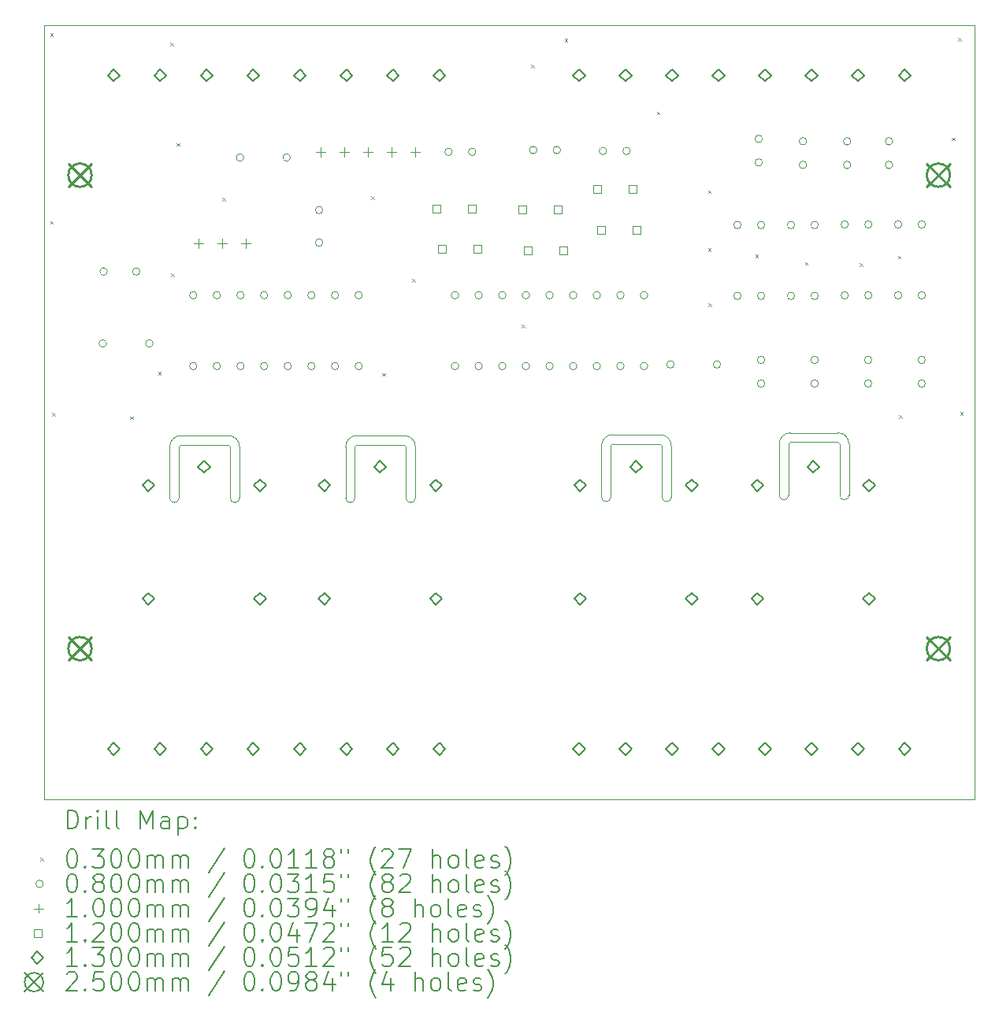
<source format=gbr>
%TF.GenerationSoftware,KiCad,Pcbnew,8.0.0*%
%TF.CreationDate,2024-08-19T18:57:01+02:00*%
%TF.ProjectId,esp32_blinds_controller,65737033-325f-4626-9c69-6e64735f636f,V0.1*%
%TF.SameCoordinates,Original*%
%TF.FileFunction,Drillmap*%
%TF.FilePolarity,Positive*%
%FSLAX45Y45*%
G04 Gerber Fmt 4.5, Leading zero omitted, Abs format (unit mm)*
G04 Created by KiCad (PCBNEW 8.0.0) date 2024-08-19 18:57:01*
%MOMM*%
%LPD*%
G01*
G04 APERTURE LIST*
%ADD10C,0.050000*%
%ADD11C,0.120000*%
%ADD12C,0.200000*%
%ADD13C,0.100000*%
%ADD14C,0.130000*%
%ADD15C,0.250000*%
G04 APERTURE END LIST*
D10*
X13990000Y-9990000D02*
G75*
G02*
X14110000Y-10110000I0J-120000D01*
G01*
X16740000Y-9980000D02*
G75*
G02*
X16860000Y-10100000I0J-120000D01*
G01*
X16860000Y-10650000D02*
G75*
G02*
X16760000Y-10650000I-50000J0D01*
G01*
X18770000Y-10630000D02*
X18770000Y-10080000D01*
X16110000Y-10650000D02*
X16110000Y-10100000D01*
X13460000Y-10660000D02*
X13460000Y-10110000D01*
X12220000Y-10660000D02*
G75*
G02*
X12120000Y-10660000I-50000J0D01*
G01*
X12220000Y-10660000D02*
X12220000Y-10110000D01*
X13480000Y-9990000D02*
X13990000Y-9990000D01*
X16230000Y-10080000D02*
X16740000Y-10080000D01*
X14110000Y-10660000D02*
X14110000Y-10110000D01*
X18120000Y-10630000D02*
G75*
G02*
X18020000Y-10630000I-50000J0D01*
G01*
X12100000Y-9990000D02*
G75*
G02*
X12220000Y-10110000I0J-120000D01*
G01*
X18140000Y-10060000D02*
X18650000Y-10060000D01*
X16210000Y-10100000D02*
G75*
G02*
X16230000Y-10080000I20000J0D01*
G01*
X13360000Y-10110000D02*
G75*
G02*
X13480000Y-9990000I120000J0D01*
G01*
X12120000Y-10660000D02*
X12120000Y-10110000D01*
X18770000Y-10630000D02*
G75*
G02*
X18670000Y-10630000I-50000J0D01*
G01*
X11590000Y-10090000D02*
X12100000Y-10090000D01*
X11570000Y-10660000D02*
X11570000Y-10110000D01*
X16740000Y-10080000D02*
G75*
G02*
X16760000Y-10100000I0J-20000D01*
G01*
X14110000Y-10660000D02*
G75*
G02*
X14010000Y-10660000I-50000J0D01*
G01*
X18670000Y-10630000D02*
X18670000Y-10080000D01*
X18020000Y-10080000D02*
G75*
G02*
X18140000Y-9960000I120000J0D01*
G01*
X13480000Y-10090000D02*
X13990000Y-10090000D01*
X18120000Y-10080000D02*
G75*
G02*
X18140000Y-10060000I20000J0D01*
G01*
X18650000Y-10060000D02*
G75*
G02*
X18670000Y-10080000I0J-20000D01*
G01*
X16210000Y-10650000D02*
G75*
G02*
X16110000Y-10650000I-50000J0D01*
G01*
X13990000Y-10090000D02*
G75*
G02*
X14010000Y-10110000I0J-20000D01*
G01*
X11570000Y-10660000D02*
G75*
G02*
X11470000Y-10660000I-50000J0D01*
G01*
X18650000Y-9960000D02*
G75*
G02*
X18770000Y-10080000I0J-120000D01*
G01*
X18020000Y-10630000D02*
X18020000Y-10080000D01*
X16210000Y-10650000D02*
X16210000Y-10100000D01*
X13460000Y-10110000D02*
G75*
G02*
X13480000Y-10090000I20000J0D01*
G01*
X11590000Y-9990000D02*
X12100000Y-9990000D01*
X12100000Y-10090000D02*
G75*
G02*
X12120000Y-10110000I0J-20000D01*
G01*
X14010000Y-10660000D02*
X14010000Y-10110000D01*
X18120000Y-10630000D02*
X18120000Y-10080000D01*
X11470000Y-10660000D02*
X11470000Y-10110000D01*
X16860000Y-10650000D02*
X16860000Y-10100000D01*
X16230000Y-9980000D02*
X16740000Y-9980000D01*
X16760000Y-10650000D02*
X16760000Y-10100000D01*
X16110000Y-10100000D02*
G75*
G02*
X16230000Y-9980000I120000J0D01*
G01*
X13460000Y-10660000D02*
G75*
G02*
X13360000Y-10660000I-50000J0D01*
G01*
X18140000Y-9960000D02*
X18650000Y-9960000D01*
X11570000Y-10110000D02*
G75*
G02*
X11590000Y-10090000I20000J0D01*
G01*
X11470000Y-10110000D02*
G75*
G02*
X11590000Y-9990000I120000J0D01*
G01*
X13360000Y-10660000D02*
X13360000Y-10110000D01*
D11*
X10117500Y-5574500D02*
X10117500Y-13899500D01*
X10117500Y-13899500D02*
X20117500Y-13899500D01*
X20117500Y-5574500D02*
X10117500Y-5574500D01*
X20117500Y-13899500D02*
X20117500Y-5574500D01*
D12*
D13*
X10185000Y-5665000D02*
X10215000Y-5695000D01*
X10215000Y-5665000D02*
X10185000Y-5695000D01*
X10185000Y-7685000D02*
X10215000Y-7715000D01*
X10215000Y-7685000D02*
X10185000Y-7715000D01*
X10205000Y-9745000D02*
X10235000Y-9775000D01*
X10235000Y-9745000D02*
X10205000Y-9775000D01*
X11045000Y-9785000D02*
X11075000Y-9815000D01*
X11075000Y-9785000D02*
X11045000Y-9815000D01*
X11345000Y-9305000D02*
X11375000Y-9335000D01*
X11375000Y-9305000D02*
X11345000Y-9335000D01*
X11475000Y-5765000D02*
X11505000Y-5795000D01*
X11505000Y-5765000D02*
X11475000Y-5795000D01*
X11485000Y-8245000D02*
X11515000Y-8275000D01*
X11515000Y-8245000D02*
X11485000Y-8275000D01*
X11545000Y-6845000D02*
X11575000Y-6875000D01*
X11575000Y-6845000D02*
X11545000Y-6875000D01*
X12035000Y-7435000D02*
X12065000Y-7465000D01*
X12065000Y-7435000D02*
X12035000Y-7465000D01*
X13635000Y-7415000D02*
X13665000Y-7445000D01*
X13665000Y-7415000D02*
X13635000Y-7445000D01*
X13752000Y-9318000D02*
X13782000Y-9348000D01*
X13782000Y-9318000D02*
X13752000Y-9348000D01*
X14075000Y-8305000D02*
X14105000Y-8335000D01*
X14105000Y-8305000D02*
X14075000Y-8335000D01*
X15255000Y-8795000D02*
X15285000Y-8825000D01*
X15285000Y-8795000D02*
X15255000Y-8825000D01*
X15355000Y-6005000D02*
X15385000Y-6035000D01*
X15385000Y-6005000D02*
X15355000Y-6035000D01*
X15715000Y-5725000D02*
X15745000Y-5755000D01*
X15745000Y-5725000D02*
X15715000Y-5755000D01*
X16705000Y-6505000D02*
X16735000Y-6535000D01*
X16735000Y-6505000D02*
X16705000Y-6535000D01*
X17255000Y-7355000D02*
X17285000Y-7385000D01*
X17285000Y-7355000D02*
X17255000Y-7385000D01*
X17255000Y-7975000D02*
X17285000Y-8005000D01*
X17285000Y-7975000D02*
X17255000Y-8005000D01*
X17260000Y-8570000D02*
X17290000Y-8600000D01*
X17290000Y-8570000D02*
X17260000Y-8600000D01*
X17765000Y-8045000D02*
X17795000Y-8075000D01*
X17795000Y-8045000D02*
X17765000Y-8075000D01*
X18295000Y-8125000D02*
X18325000Y-8155000D01*
X18325000Y-8125000D02*
X18295000Y-8155000D01*
X18885000Y-8135000D02*
X18915000Y-8165000D01*
X18915000Y-8135000D02*
X18885000Y-8165000D01*
X19295000Y-8055000D02*
X19325000Y-8085000D01*
X19325000Y-8055000D02*
X19295000Y-8085000D01*
X19310000Y-9770000D02*
X19340000Y-9800000D01*
X19340000Y-9770000D02*
X19310000Y-9800000D01*
X19875000Y-6785000D02*
X19905000Y-6815000D01*
X19905000Y-6785000D02*
X19875000Y-6815000D01*
X19945000Y-5715000D02*
X19975000Y-5745000D01*
X19975000Y-5715000D02*
X19945000Y-5745000D01*
X19965000Y-9735000D02*
X19995000Y-9765000D01*
X19995000Y-9735000D02*
X19965000Y-9765000D01*
X10790000Y-9000000D02*
G75*
G02*
X10710000Y-9000000I-40000J0D01*
G01*
X10710000Y-9000000D02*
G75*
G02*
X10790000Y-9000000I40000J0D01*
G01*
X10799735Y-8225000D02*
G75*
G02*
X10719735Y-8225000I-40000J0D01*
G01*
X10719735Y-8225000D02*
G75*
G02*
X10799735Y-8225000I40000J0D01*
G01*
X11149735Y-8225000D02*
G75*
G02*
X11069735Y-8225000I-40000J0D01*
G01*
X11069735Y-8225000D02*
G75*
G02*
X11149735Y-8225000I40000J0D01*
G01*
X11290000Y-9000000D02*
G75*
G02*
X11210000Y-9000000I-40000J0D01*
G01*
X11210000Y-9000000D02*
G75*
G02*
X11290000Y-9000000I40000J0D01*
G01*
X11762000Y-8480000D02*
G75*
G02*
X11682000Y-8480000I-40000J0D01*
G01*
X11682000Y-8480000D02*
G75*
G02*
X11762000Y-8480000I40000J0D01*
G01*
X11762000Y-9242000D02*
G75*
G02*
X11682000Y-9242000I-40000J0D01*
G01*
X11682000Y-9242000D02*
G75*
G02*
X11762000Y-9242000I40000J0D01*
G01*
X12016000Y-8480000D02*
G75*
G02*
X11936000Y-8480000I-40000J0D01*
G01*
X11936000Y-8480000D02*
G75*
G02*
X12016000Y-8480000I40000J0D01*
G01*
X12016000Y-9242000D02*
G75*
G02*
X11936000Y-9242000I-40000J0D01*
G01*
X11936000Y-9242000D02*
G75*
G02*
X12016000Y-9242000I40000J0D01*
G01*
X12265000Y-7000000D02*
G75*
G02*
X12185000Y-7000000I-40000J0D01*
G01*
X12185000Y-7000000D02*
G75*
G02*
X12265000Y-7000000I40000J0D01*
G01*
X12270000Y-8480000D02*
G75*
G02*
X12190000Y-8480000I-40000J0D01*
G01*
X12190000Y-8480000D02*
G75*
G02*
X12270000Y-8480000I40000J0D01*
G01*
X12270000Y-9242000D02*
G75*
G02*
X12190000Y-9242000I-40000J0D01*
G01*
X12190000Y-9242000D02*
G75*
G02*
X12270000Y-9242000I40000J0D01*
G01*
X12524000Y-8480000D02*
G75*
G02*
X12444000Y-8480000I-40000J0D01*
G01*
X12444000Y-8480000D02*
G75*
G02*
X12524000Y-8480000I40000J0D01*
G01*
X12524000Y-9242000D02*
G75*
G02*
X12444000Y-9242000I-40000J0D01*
G01*
X12444000Y-9242000D02*
G75*
G02*
X12524000Y-9242000I40000J0D01*
G01*
X12765000Y-7000000D02*
G75*
G02*
X12685000Y-7000000I-40000J0D01*
G01*
X12685000Y-7000000D02*
G75*
G02*
X12765000Y-7000000I40000J0D01*
G01*
X12778000Y-8480000D02*
G75*
G02*
X12698000Y-8480000I-40000J0D01*
G01*
X12698000Y-8480000D02*
G75*
G02*
X12778000Y-8480000I40000J0D01*
G01*
X12778000Y-9242000D02*
G75*
G02*
X12698000Y-9242000I-40000J0D01*
G01*
X12698000Y-9242000D02*
G75*
G02*
X12778000Y-9242000I40000J0D01*
G01*
X13032000Y-8480000D02*
G75*
G02*
X12952000Y-8480000I-40000J0D01*
G01*
X12952000Y-8480000D02*
G75*
G02*
X13032000Y-8480000I40000J0D01*
G01*
X13032000Y-9242000D02*
G75*
G02*
X12952000Y-9242000I-40000J0D01*
G01*
X12952000Y-9242000D02*
G75*
G02*
X13032000Y-9242000I40000J0D01*
G01*
X13115000Y-7565265D02*
G75*
G02*
X13035000Y-7565265I-40000J0D01*
G01*
X13035000Y-7565265D02*
G75*
G02*
X13115000Y-7565265I40000J0D01*
G01*
X13115000Y-7915265D02*
G75*
G02*
X13035000Y-7915265I-40000J0D01*
G01*
X13035000Y-7915265D02*
G75*
G02*
X13115000Y-7915265I40000J0D01*
G01*
X13286000Y-8480000D02*
G75*
G02*
X13206000Y-8480000I-40000J0D01*
G01*
X13206000Y-8480000D02*
G75*
G02*
X13286000Y-8480000I40000J0D01*
G01*
X13286000Y-9242000D02*
G75*
G02*
X13206000Y-9242000I-40000J0D01*
G01*
X13206000Y-9242000D02*
G75*
G02*
X13286000Y-9242000I40000J0D01*
G01*
X13540000Y-8480000D02*
G75*
G02*
X13460000Y-8480000I-40000J0D01*
G01*
X13460000Y-8480000D02*
G75*
G02*
X13540000Y-8480000I40000J0D01*
G01*
X13540000Y-9242000D02*
G75*
G02*
X13460000Y-9242000I-40000J0D01*
G01*
X13460000Y-9242000D02*
G75*
G02*
X13540000Y-9242000I40000J0D01*
G01*
X14506000Y-6940000D02*
G75*
G02*
X14426000Y-6940000I-40000J0D01*
G01*
X14426000Y-6940000D02*
G75*
G02*
X14506000Y-6940000I40000J0D01*
G01*
X14576000Y-8480000D02*
G75*
G02*
X14496000Y-8480000I-40000J0D01*
G01*
X14496000Y-8480000D02*
G75*
G02*
X14576000Y-8480000I40000J0D01*
G01*
X14576000Y-9242000D02*
G75*
G02*
X14496000Y-9242000I-40000J0D01*
G01*
X14496000Y-9242000D02*
G75*
G02*
X14576000Y-9242000I40000J0D01*
G01*
X14760000Y-6940000D02*
G75*
G02*
X14680000Y-6940000I-40000J0D01*
G01*
X14680000Y-6940000D02*
G75*
G02*
X14760000Y-6940000I40000J0D01*
G01*
X14830000Y-8480000D02*
G75*
G02*
X14750000Y-8480000I-40000J0D01*
G01*
X14750000Y-8480000D02*
G75*
G02*
X14830000Y-8480000I40000J0D01*
G01*
X14830000Y-9242000D02*
G75*
G02*
X14750000Y-9242000I-40000J0D01*
G01*
X14750000Y-9242000D02*
G75*
G02*
X14830000Y-9242000I40000J0D01*
G01*
X15084000Y-8480000D02*
G75*
G02*
X15004000Y-8480000I-40000J0D01*
G01*
X15004000Y-8480000D02*
G75*
G02*
X15084000Y-8480000I40000J0D01*
G01*
X15084000Y-9242000D02*
G75*
G02*
X15004000Y-9242000I-40000J0D01*
G01*
X15004000Y-9242000D02*
G75*
G02*
X15084000Y-9242000I40000J0D01*
G01*
X15338000Y-8480000D02*
G75*
G02*
X15258000Y-8480000I-40000J0D01*
G01*
X15258000Y-8480000D02*
G75*
G02*
X15338000Y-8480000I40000J0D01*
G01*
X15338000Y-9242000D02*
G75*
G02*
X15258000Y-9242000I-40000J0D01*
G01*
X15258000Y-9242000D02*
G75*
G02*
X15338000Y-9242000I40000J0D01*
G01*
X15415500Y-6920000D02*
G75*
G02*
X15335500Y-6920000I-40000J0D01*
G01*
X15335500Y-6920000D02*
G75*
G02*
X15415500Y-6920000I40000J0D01*
G01*
X15592000Y-8480000D02*
G75*
G02*
X15512000Y-8480000I-40000J0D01*
G01*
X15512000Y-8480000D02*
G75*
G02*
X15592000Y-8480000I40000J0D01*
G01*
X15592000Y-9242000D02*
G75*
G02*
X15512000Y-9242000I-40000J0D01*
G01*
X15512000Y-9242000D02*
G75*
G02*
X15592000Y-9242000I40000J0D01*
G01*
X15669500Y-6920000D02*
G75*
G02*
X15589500Y-6920000I-40000J0D01*
G01*
X15589500Y-6920000D02*
G75*
G02*
X15669500Y-6920000I40000J0D01*
G01*
X15846000Y-8480000D02*
G75*
G02*
X15766000Y-8480000I-40000J0D01*
G01*
X15766000Y-8480000D02*
G75*
G02*
X15846000Y-8480000I40000J0D01*
G01*
X15846000Y-9242000D02*
G75*
G02*
X15766000Y-9242000I-40000J0D01*
G01*
X15766000Y-9242000D02*
G75*
G02*
X15846000Y-9242000I40000J0D01*
G01*
X16100000Y-8480000D02*
G75*
G02*
X16020000Y-8480000I-40000J0D01*
G01*
X16020000Y-8480000D02*
G75*
G02*
X16100000Y-8480000I40000J0D01*
G01*
X16100000Y-9242000D02*
G75*
G02*
X16020000Y-9242000I-40000J0D01*
G01*
X16020000Y-9242000D02*
G75*
G02*
X16100000Y-9242000I40000J0D01*
G01*
X16165500Y-6930000D02*
G75*
G02*
X16085500Y-6930000I-40000J0D01*
G01*
X16085500Y-6930000D02*
G75*
G02*
X16165500Y-6930000I40000J0D01*
G01*
X16354000Y-8480000D02*
G75*
G02*
X16274000Y-8480000I-40000J0D01*
G01*
X16274000Y-8480000D02*
G75*
G02*
X16354000Y-8480000I40000J0D01*
G01*
X16354000Y-9242000D02*
G75*
G02*
X16274000Y-9242000I-40000J0D01*
G01*
X16274000Y-9242000D02*
G75*
G02*
X16354000Y-9242000I40000J0D01*
G01*
X16419500Y-6930000D02*
G75*
G02*
X16339500Y-6930000I-40000J0D01*
G01*
X16339500Y-6930000D02*
G75*
G02*
X16419500Y-6930000I40000J0D01*
G01*
X16608000Y-8480000D02*
G75*
G02*
X16528000Y-8480000I-40000J0D01*
G01*
X16528000Y-8480000D02*
G75*
G02*
X16608000Y-8480000I40000J0D01*
G01*
X16608000Y-9242000D02*
G75*
G02*
X16528000Y-9242000I-40000J0D01*
G01*
X16528000Y-9242000D02*
G75*
G02*
X16608000Y-9242000I40000J0D01*
G01*
X16890000Y-9225000D02*
G75*
G02*
X16810000Y-9225000I-40000J0D01*
G01*
X16810000Y-9225000D02*
G75*
G02*
X16890000Y-9225000I40000J0D01*
G01*
X17390000Y-9225000D02*
G75*
G02*
X17310000Y-9225000I-40000J0D01*
G01*
X17310000Y-9225000D02*
G75*
G02*
X17390000Y-9225000I40000J0D01*
G01*
X17611000Y-7725000D02*
G75*
G02*
X17531000Y-7725000I-40000J0D01*
G01*
X17531000Y-7725000D02*
G75*
G02*
X17611000Y-7725000I40000J0D01*
G01*
X17611000Y-8487000D02*
G75*
G02*
X17531000Y-8487000I-40000J0D01*
G01*
X17531000Y-8487000D02*
G75*
G02*
X17611000Y-8487000I40000J0D01*
G01*
X17840000Y-6800500D02*
G75*
G02*
X17760000Y-6800500I-40000J0D01*
G01*
X17760000Y-6800500D02*
G75*
G02*
X17840000Y-6800500I40000J0D01*
G01*
X17840000Y-7054500D02*
G75*
G02*
X17760000Y-7054500I-40000J0D01*
G01*
X17760000Y-7054500D02*
G75*
G02*
X17840000Y-7054500I40000J0D01*
G01*
X17865000Y-7725000D02*
G75*
G02*
X17785000Y-7725000I-40000J0D01*
G01*
X17785000Y-7725000D02*
G75*
G02*
X17865000Y-7725000I40000J0D01*
G01*
X17865000Y-8487000D02*
G75*
G02*
X17785000Y-8487000I-40000J0D01*
G01*
X17785000Y-8487000D02*
G75*
G02*
X17865000Y-8487000I40000J0D01*
G01*
X17865000Y-9175500D02*
G75*
G02*
X17785000Y-9175500I-40000J0D01*
G01*
X17785000Y-9175500D02*
G75*
G02*
X17865000Y-9175500I40000J0D01*
G01*
X17865000Y-9429500D02*
G75*
G02*
X17785000Y-9429500I-40000J0D01*
G01*
X17785000Y-9429500D02*
G75*
G02*
X17865000Y-9429500I40000J0D01*
G01*
X18186000Y-7725000D02*
G75*
G02*
X18106000Y-7725000I-40000J0D01*
G01*
X18106000Y-7725000D02*
G75*
G02*
X18186000Y-7725000I40000J0D01*
G01*
X18186000Y-8487000D02*
G75*
G02*
X18106000Y-8487000I-40000J0D01*
G01*
X18106000Y-8487000D02*
G75*
G02*
X18186000Y-8487000I40000J0D01*
G01*
X18315000Y-6825500D02*
G75*
G02*
X18235000Y-6825500I-40000J0D01*
G01*
X18235000Y-6825500D02*
G75*
G02*
X18315000Y-6825500I40000J0D01*
G01*
X18315000Y-7079500D02*
G75*
G02*
X18235000Y-7079500I-40000J0D01*
G01*
X18235000Y-7079500D02*
G75*
G02*
X18315000Y-7079500I40000J0D01*
G01*
X18440000Y-7725000D02*
G75*
G02*
X18360000Y-7725000I-40000J0D01*
G01*
X18360000Y-7725000D02*
G75*
G02*
X18440000Y-7725000I40000J0D01*
G01*
X18440000Y-8487000D02*
G75*
G02*
X18360000Y-8487000I-40000J0D01*
G01*
X18360000Y-8487000D02*
G75*
G02*
X18440000Y-8487000I40000J0D01*
G01*
X18440000Y-9176000D02*
G75*
G02*
X18360000Y-9176000I-40000J0D01*
G01*
X18360000Y-9176000D02*
G75*
G02*
X18440000Y-9176000I40000J0D01*
G01*
X18440000Y-9430000D02*
G75*
G02*
X18360000Y-9430000I-40000J0D01*
G01*
X18360000Y-9430000D02*
G75*
G02*
X18440000Y-9430000I40000J0D01*
G01*
X18763500Y-7720000D02*
G75*
G02*
X18683500Y-7720000I-40000J0D01*
G01*
X18683500Y-7720000D02*
G75*
G02*
X18763500Y-7720000I40000J0D01*
G01*
X18763500Y-8482000D02*
G75*
G02*
X18683500Y-8482000I-40000J0D01*
G01*
X18683500Y-8482000D02*
G75*
G02*
X18763500Y-8482000I40000J0D01*
G01*
X18790000Y-6825500D02*
G75*
G02*
X18710000Y-6825500I-40000J0D01*
G01*
X18710000Y-6825500D02*
G75*
G02*
X18790000Y-6825500I40000J0D01*
G01*
X18790000Y-7079500D02*
G75*
G02*
X18710000Y-7079500I-40000J0D01*
G01*
X18710000Y-7079500D02*
G75*
G02*
X18790000Y-7079500I40000J0D01*
G01*
X19015000Y-9176000D02*
G75*
G02*
X18935000Y-9176000I-40000J0D01*
G01*
X18935000Y-9176000D02*
G75*
G02*
X19015000Y-9176000I40000J0D01*
G01*
X19015000Y-9430000D02*
G75*
G02*
X18935000Y-9430000I-40000J0D01*
G01*
X18935000Y-9430000D02*
G75*
G02*
X19015000Y-9430000I40000J0D01*
G01*
X19017500Y-7720000D02*
G75*
G02*
X18937500Y-7720000I-40000J0D01*
G01*
X18937500Y-7720000D02*
G75*
G02*
X19017500Y-7720000I40000J0D01*
G01*
X19017500Y-8482000D02*
G75*
G02*
X18937500Y-8482000I-40000J0D01*
G01*
X18937500Y-8482000D02*
G75*
G02*
X19017500Y-8482000I40000J0D01*
G01*
X19240000Y-6825500D02*
G75*
G02*
X19160000Y-6825500I-40000J0D01*
G01*
X19160000Y-6825500D02*
G75*
G02*
X19240000Y-6825500I40000J0D01*
G01*
X19240000Y-7079500D02*
G75*
G02*
X19160000Y-7079500I-40000J0D01*
G01*
X19160000Y-7079500D02*
G75*
G02*
X19240000Y-7079500I40000J0D01*
G01*
X19338500Y-7720000D02*
G75*
G02*
X19258500Y-7720000I-40000J0D01*
G01*
X19258500Y-7720000D02*
G75*
G02*
X19338500Y-7720000I40000J0D01*
G01*
X19338500Y-8482000D02*
G75*
G02*
X19258500Y-8482000I-40000J0D01*
G01*
X19258500Y-8482000D02*
G75*
G02*
X19338500Y-8482000I40000J0D01*
G01*
X19590000Y-9176000D02*
G75*
G02*
X19510000Y-9176000I-40000J0D01*
G01*
X19510000Y-9176000D02*
G75*
G02*
X19590000Y-9176000I40000J0D01*
G01*
X19590000Y-9430000D02*
G75*
G02*
X19510000Y-9430000I-40000J0D01*
G01*
X19510000Y-9430000D02*
G75*
G02*
X19590000Y-9430000I40000J0D01*
G01*
X19592500Y-7720000D02*
G75*
G02*
X19512500Y-7720000I-40000J0D01*
G01*
X19512500Y-7720000D02*
G75*
G02*
X19592500Y-7720000I40000J0D01*
G01*
X19592500Y-8482000D02*
G75*
G02*
X19512500Y-8482000I-40000J0D01*
G01*
X19512500Y-8482000D02*
G75*
G02*
X19592500Y-8482000I40000J0D01*
G01*
X11780300Y-7870750D02*
X11780300Y-7970750D01*
X11730300Y-7920750D02*
X11830300Y-7920750D01*
X12034300Y-7870750D02*
X12034300Y-7970750D01*
X11984300Y-7920750D02*
X12084300Y-7920750D01*
X12288300Y-7870750D02*
X12288300Y-7970750D01*
X12238300Y-7920750D02*
X12338300Y-7920750D01*
X13092500Y-6891500D02*
X13092500Y-6991500D01*
X13042500Y-6941500D02*
X13142500Y-6941500D01*
X13346500Y-6891500D02*
X13346500Y-6991500D01*
X13296500Y-6941500D02*
X13396500Y-6941500D01*
X13600500Y-6891500D02*
X13600500Y-6991500D01*
X13550500Y-6941500D02*
X13650500Y-6941500D01*
X13854500Y-6891500D02*
X13854500Y-6991500D01*
X13804500Y-6941500D02*
X13904500Y-6941500D01*
X14108500Y-6891500D02*
X14108500Y-6991500D01*
X14058500Y-6941500D02*
X14158500Y-6941500D01*
D11*
X14381927Y-7592427D02*
X14381927Y-7507573D01*
X14297073Y-7507573D01*
X14297073Y-7592427D01*
X14381927Y-7592427D01*
X14441927Y-8022427D02*
X14441927Y-7937573D01*
X14357073Y-7937573D01*
X14357073Y-8022427D01*
X14441927Y-8022427D01*
X14762927Y-7592427D02*
X14762927Y-7507573D01*
X14678073Y-7507573D01*
X14678073Y-7592427D01*
X14762927Y-7592427D01*
X14822927Y-8022427D02*
X14822927Y-7937573D01*
X14738073Y-7937573D01*
X14738073Y-8022427D01*
X14822927Y-8022427D01*
X15301927Y-7602427D02*
X15301927Y-7517573D01*
X15217073Y-7517573D01*
X15217073Y-7602427D01*
X15301927Y-7602427D01*
X15361927Y-8042427D02*
X15361927Y-7957573D01*
X15277073Y-7957573D01*
X15277073Y-8042427D01*
X15361927Y-8042427D01*
X15682927Y-7602427D02*
X15682927Y-7517573D01*
X15598073Y-7517573D01*
X15598073Y-7602427D01*
X15682927Y-7602427D01*
X15742927Y-8042427D02*
X15742927Y-7957573D01*
X15658073Y-7957573D01*
X15658073Y-8042427D01*
X15742927Y-8042427D01*
X16101927Y-7382427D02*
X16101927Y-7297573D01*
X16017073Y-7297573D01*
X16017073Y-7382427D01*
X16101927Y-7382427D01*
X16151927Y-7822427D02*
X16151927Y-7737573D01*
X16067073Y-7737573D01*
X16067073Y-7822427D01*
X16151927Y-7822427D01*
X16482927Y-7382427D02*
X16482927Y-7297573D01*
X16398073Y-7297573D01*
X16398073Y-7382427D01*
X16482927Y-7382427D01*
X16532927Y-7822427D02*
X16532927Y-7737573D01*
X16448073Y-7737573D01*
X16448073Y-7822427D01*
X16532927Y-7822427D01*
D14*
X10867500Y-6181000D02*
X10932500Y-6116000D01*
X10867500Y-6051000D01*
X10802500Y-6116000D01*
X10867500Y-6181000D01*
X10867500Y-13423000D02*
X10932500Y-13358000D01*
X10867500Y-13293000D01*
X10802500Y-13358000D01*
X10867500Y-13423000D01*
X11240000Y-10590000D02*
X11305000Y-10525000D01*
X11240000Y-10460000D01*
X11175000Y-10525000D01*
X11240000Y-10590000D01*
X11240000Y-11810000D02*
X11305000Y-11745000D01*
X11240000Y-11680000D01*
X11175000Y-11745000D01*
X11240000Y-11810000D01*
X11367500Y-6181000D02*
X11432500Y-6116000D01*
X11367500Y-6051000D01*
X11302500Y-6116000D01*
X11367500Y-6181000D01*
X11367500Y-13423000D02*
X11432500Y-13358000D01*
X11367500Y-13293000D01*
X11302500Y-13358000D01*
X11367500Y-13423000D01*
X11840000Y-10390000D02*
X11905000Y-10325000D01*
X11840000Y-10260000D01*
X11775000Y-10325000D01*
X11840000Y-10390000D01*
X11867500Y-6181000D02*
X11932500Y-6116000D01*
X11867500Y-6051000D01*
X11802500Y-6116000D01*
X11867500Y-6181000D01*
X11867500Y-13423000D02*
X11932500Y-13358000D01*
X11867500Y-13293000D01*
X11802500Y-13358000D01*
X11867500Y-13423000D01*
X12367500Y-6181000D02*
X12432500Y-6116000D01*
X12367500Y-6051000D01*
X12302500Y-6116000D01*
X12367500Y-6181000D01*
X12367500Y-13423000D02*
X12432500Y-13358000D01*
X12367500Y-13293000D01*
X12302500Y-13358000D01*
X12367500Y-13423000D01*
X12440000Y-10590000D02*
X12505000Y-10525000D01*
X12440000Y-10460000D01*
X12375000Y-10525000D01*
X12440000Y-10590000D01*
X12440000Y-11810000D02*
X12505000Y-11745000D01*
X12440000Y-11680000D01*
X12375000Y-11745000D01*
X12440000Y-11810000D01*
X12867500Y-6181000D02*
X12932500Y-6116000D01*
X12867500Y-6051000D01*
X12802500Y-6116000D01*
X12867500Y-6181000D01*
X12867500Y-13423000D02*
X12932500Y-13358000D01*
X12867500Y-13293000D01*
X12802500Y-13358000D01*
X12867500Y-13423000D01*
X13130000Y-10590000D02*
X13195000Y-10525000D01*
X13130000Y-10460000D01*
X13065000Y-10525000D01*
X13130000Y-10590000D01*
X13130000Y-11810000D02*
X13195000Y-11745000D01*
X13130000Y-11680000D01*
X13065000Y-11745000D01*
X13130000Y-11810000D01*
X13367500Y-6181000D02*
X13432500Y-6116000D01*
X13367500Y-6051000D01*
X13302500Y-6116000D01*
X13367500Y-6181000D01*
X13367500Y-13423000D02*
X13432500Y-13358000D01*
X13367500Y-13293000D01*
X13302500Y-13358000D01*
X13367500Y-13423000D01*
X13730000Y-10390000D02*
X13795000Y-10325000D01*
X13730000Y-10260000D01*
X13665000Y-10325000D01*
X13730000Y-10390000D01*
X13867500Y-6181000D02*
X13932500Y-6116000D01*
X13867500Y-6051000D01*
X13802500Y-6116000D01*
X13867500Y-6181000D01*
X13867500Y-13423000D02*
X13932500Y-13358000D01*
X13867500Y-13293000D01*
X13802500Y-13358000D01*
X13867500Y-13423000D01*
X14330000Y-10590000D02*
X14395000Y-10525000D01*
X14330000Y-10460000D01*
X14265000Y-10525000D01*
X14330000Y-10590000D01*
X14330000Y-11810000D02*
X14395000Y-11745000D01*
X14330000Y-11680000D01*
X14265000Y-11745000D01*
X14330000Y-11810000D01*
X14367500Y-6181000D02*
X14432500Y-6116000D01*
X14367500Y-6051000D01*
X14302500Y-6116000D01*
X14367500Y-6181000D01*
X14367500Y-13423000D02*
X14432500Y-13358000D01*
X14367500Y-13293000D01*
X14302500Y-13358000D01*
X14367500Y-13423000D01*
X15867500Y-6181000D02*
X15932500Y-6116000D01*
X15867500Y-6051000D01*
X15802500Y-6116000D01*
X15867500Y-6181000D01*
X15867500Y-13423000D02*
X15932500Y-13358000D01*
X15867500Y-13293000D01*
X15802500Y-13358000D01*
X15867500Y-13423000D01*
X15880000Y-10590000D02*
X15945000Y-10525000D01*
X15880000Y-10460000D01*
X15815000Y-10525000D01*
X15880000Y-10590000D01*
X15880000Y-11810000D02*
X15945000Y-11745000D01*
X15880000Y-11680000D01*
X15815000Y-11745000D01*
X15880000Y-11810000D01*
X16367500Y-6181000D02*
X16432500Y-6116000D01*
X16367500Y-6051000D01*
X16302500Y-6116000D01*
X16367500Y-6181000D01*
X16367500Y-13423000D02*
X16432500Y-13358000D01*
X16367500Y-13293000D01*
X16302500Y-13358000D01*
X16367500Y-13423000D01*
X16480000Y-10390000D02*
X16545000Y-10325000D01*
X16480000Y-10260000D01*
X16415000Y-10325000D01*
X16480000Y-10390000D01*
X16867500Y-6181000D02*
X16932500Y-6116000D01*
X16867500Y-6051000D01*
X16802500Y-6116000D01*
X16867500Y-6181000D01*
X16867500Y-13423000D02*
X16932500Y-13358000D01*
X16867500Y-13293000D01*
X16802500Y-13358000D01*
X16867500Y-13423000D01*
X17080000Y-10590000D02*
X17145000Y-10525000D01*
X17080000Y-10460000D01*
X17015000Y-10525000D01*
X17080000Y-10590000D01*
X17080000Y-11810000D02*
X17145000Y-11745000D01*
X17080000Y-11680000D01*
X17015000Y-11745000D01*
X17080000Y-11810000D01*
X17367500Y-6181000D02*
X17432500Y-6116000D01*
X17367500Y-6051000D01*
X17302500Y-6116000D01*
X17367500Y-6181000D01*
X17367500Y-13423000D02*
X17432500Y-13358000D01*
X17367500Y-13293000D01*
X17302500Y-13358000D01*
X17367500Y-13423000D01*
X17785000Y-10590000D02*
X17850000Y-10525000D01*
X17785000Y-10460000D01*
X17720000Y-10525000D01*
X17785000Y-10590000D01*
X17785000Y-11810000D02*
X17850000Y-11745000D01*
X17785000Y-11680000D01*
X17720000Y-11745000D01*
X17785000Y-11810000D01*
X17867500Y-6181000D02*
X17932500Y-6116000D01*
X17867500Y-6051000D01*
X17802500Y-6116000D01*
X17867500Y-6181000D01*
X17867500Y-13423000D02*
X17932500Y-13358000D01*
X17867500Y-13293000D01*
X17802500Y-13358000D01*
X17867500Y-13423000D01*
X18367500Y-6181000D02*
X18432500Y-6116000D01*
X18367500Y-6051000D01*
X18302500Y-6116000D01*
X18367500Y-6181000D01*
X18367500Y-13423000D02*
X18432500Y-13358000D01*
X18367500Y-13293000D01*
X18302500Y-13358000D01*
X18367500Y-13423000D01*
X18385000Y-10390000D02*
X18450000Y-10325000D01*
X18385000Y-10260000D01*
X18320000Y-10325000D01*
X18385000Y-10390000D01*
X18867500Y-6181000D02*
X18932500Y-6116000D01*
X18867500Y-6051000D01*
X18802500Y-6116000D01*
X18867500Y-6181000D01*
X18867500Y-13423000D02*
X18932500Y-13358000D01*
X18867500Y-13293000D01*
X18802500Y-13358000D01*
X18867500Y-13423000D01*
X18985000Y-10590000D02*
X19050000Y-10525000D01*
X18985000Y-10460000D01*
X18920000Y-10525000D01*
X18985000Y-10590000D01*
X18985000Y-11810000D02*
X19050000Y-11745000D01*
X18985000Y-11680000D01*
X18920000Y-11745000D01*
X18985000Y-11810000D01*
X19367500Y-6181000D02*
X19432500Y-6116000D01*
X19367500Y-6051000D01*
X19302500Y-6116000D01*
X19367500Y-6181000D01*
X19367500Y-13423000D02*
X19432500Y-13358000D01*
X19367500Y-13293000D01*
X19302500Y-13358000D01*
X19367500Y-13423000D01*
D15*
X10380000Y-7065000D02*
X10630000Y-7315000D01*
X10630000Y-7065000D02*
X10380000Y-7315000D01*
X10630000Y-7190000D02*
G75*
G02*
X10380000Y-7190000I-125000J0D01*
G01*
X10380000Y-7190000D02*
G75*
G02*
X10630000Y-7190000I125000J0D01*
G01*
X10380000Y-12155000D02*
X10630000Y-12405000D01*
X10630000Y-12155000D02*
X10380000Y-12405000D01*
X10630000Y-12280000D02*
G75*
G02*
X10380000Y-12280000I-125000J0D01*
G01*
X10380000Y-12280000D02*
G75*
G02*
X10630000Y-12280000I125000J0D01*
G01*
X19605000Y-7065000D02*
X19855000Y-7315000D01*
X19855000Y-7065000D02*
X19605000Y-7315000D01*
X19855000Y-7190000D02*
G75*
G02*
X19605000Y-7190000I-125000J0D01*
G01*
X19605000Y-7190000D02*
G75*
G02*
X19855000Y-7190000I125000J0D01*
G01*
X19605000Y-12155000D02*
X19855000Y-12405000D01*
X19855000Y-12155000D02*
X19605000Y-12405000D01*
X19855000Y-12280000D02*
G75*
G02*
X19605000Y-12280000I-125000J0D01*
G01*
X19605000Y-12280000D02*
G75*
G02*
X19855000Y-12280000I125000J0D01*
G01*
D12*
X10372277Y-14216984D02*
X10372277Y-14016984D01*
X10372277Y-14016984D02*
X10419896Y-14016984D01*
X10419896Y-14016984D02*
X10448467Y-14026508D01*
X10448467Y-14026508D02*
X10467515Y-14045555D01*
X10467515Y-14045555D02*
X10477039Y-14064603D01*
X10477039Y-14064603D02*
X10486563Y-14102698D01*
X10486563Y-14102698D02*
X10486563Y-14131269D01*
X10486563Y-14131269D02*
X10477039Y-14169365D01*
X10477039Y-14169365D02*
X10467515Y-14188412D01*
X10467515Y-14188412D02*
X10448467Y-14207460D01*
X10448467Y-14207460D02*
X10419896Y-14216984D01*
X10419896Y-14216984D02*
X10372277Y-14216984D01*
X10572277Y-14216984D02*
X10572277Y-14083650D01*
X10572277Y-14121746D02*
X10581801Y-14102698D01*
X10581801Y-14102698D02*
X10591324Y-14093174D01*
X10591324Y-14093174D02*
X10610372Y-14083650D01*
X10610372Y-14083650D02*
X10629420Y-14083650D01*
X10696086Y-14216984D02*
X10696086Y-14083650D01*
X10696086Y-14016984D02*
X10686563Y-14026508D01*
X10686563Y-14026508D02*
X10696086Y-14036031D01*
X10696086Y-14036031D02*
X10705610Y-14026508D01*
X10705610Y-14026508D02*
X10696086Y-14016984D01*
X10696086Y-14016984D02*
X10696086Y-14036031D01*
X10819896Y-14216984D02*
X10800848Y-14207460D01*
X10800848Y-14207460D02*
X10791324Y-14188412D01*
X10791324Y-14188412D02*
X10791324Y-14016984D01*
X10924658Y-14216984D02*
X10905610Y-14207460D01*
X10905610Y-14207460D02*
X10896086Y-14188412D01*
X10896086Y-14188412D02*
X10896086Y-14016984D01*
X11153229Y-14216984D02*
X11153229Y-14016984D01*
X11153229Y-14016984D02*
X11219896Y-14159841D01*
X11219896Y-14159841D02*
X11286562Y-14016984D01*
X11286562Y-14016984D02*
X11286562Y-14216984D01*
X11467515Y-14216984D02*
X11467515Y-14112222D01*
X11467515Y-14112222D02*
X11457991Y-14093174D01*
X11457991Y-14093174D02*
X11438943Y-14083650D01*
X11438943Y-14083650D02*
X11400848Y-14083650D01*
X11400848Y-14083650D02*
X11381801Y-14093174D01*
X11467515Y-14207460D02*
X11448467Y-14216984D01*
X11448467Y-14216984D02*
X11400848Y-14216984D01*
X11400848Y-14216984D02*
X11381801Y-14207460D01*
X11381801Y-14207460D02*
X11372277Y-14188412D01*
X11372277Y-14188412D02*
X11372277Y-14169365D01*
X11372277Y-14169365D02*
X11381801Y-14150317D01*
X11381801Y-14150317D02*
X11400848Y-14140793D01*
X11400848Y-14140793D02*
X11448467Y-14140793D01*
X11448467Y-14140793D02*
X11467515Y-14131269D01*
X11562753Y-14083650D02*
X11562753Y-14283650D01*
X11562753Y-14093174D02*
X11581801Y-14083650D01*
X11581801Y-14083650D02*
X11619896Y-14083650D01*
X11619896Y-14083650D02*
X11638943Y-14093174D01*
X11638943Y-14093174D02*
X11648467Y-14102698D01*
X11648467Y-14102698D02*
X11657991Y-14121746D01*
X11657991Y-14121746D02*
X11657991Y-14178888D01*
X11657991Y-14178888D02*
X11648467Y-14197936D01*
X11648467Y-14197936D02*
X11638943Y-14207460D01*
X11638943Y-14207460D02*
X11619896Y-14216984D01*
X11619896Y-14216984D02*
X11581801Y-14216984D01*
X11581801Y-14216984D02*
X11562753Y-14207460D01*
X11743705Y-14197936D02*
X11753229Y-14207460D01*
X11753229Y-14207460D02*
X11743705Y-14216984D01*
X11743705Y-14216984D02*
X11734182Y-14207460D01*
X11734182Y-14207460D02*
X11743705Y-14197936D01*
X11743705Y-14197936D02*
X11743705Y-14216984D01*
X11743705Y-14093174D02*
X11753229Y-14102698D01*
X11753229Y-14102698D02*
X11743705Y-14112222D01*
X11743705Y-14112222D02*
X11734182Y-14102698D01*
X11734182Y-14102698D02*
X11743705Y-14093174D01*
X11743705Y-14093174D02*
X11743705Y-14112222D01*
D13*
X10081500Y-14530500D02*
X10111500Y-14560500D01*
X10111500Y-14530500D02*
X10081500Y-14560500D01*
D12*
X10410372Y-14436984D02*
X10429420Y-14436984D01*
X10429420Y-14436984D02*
X10448467Y-14446508D01*
X10448467Y-14446508D02*
X10457991Y-14456031D01*
X10457991Y-14456031D02*
X10467515Y-14475079D01*
X10467515Y-14475079D02*
X10477039Y-14513174D01*
X10477039Y-14513174D02*
X10477039Y-14560793D01*
X10477039Y-14560793D02*
X10467515Y-14598888D01*
X10467515Y-14598888D02*
X10457991Y-14617936D01*
X10457991Y-14617936D02*
X10448467Y-14627460D01*
X10448467Y-14627460D02*
X10429420Y-14636984D01*
X10429420Y-14636984D02*
X10410372Y-14636984D01*
X10410372Y-14636984D02*
X10391324Y-14627460D01*
X10391324Y-14627460D02*
X10381801Y-14617936D01*
X10381801Y-14617936D02*
X10372277Y-14598888D01*
X10372277Y-14598888D02*
X10362753Y-14560793D01*
X10362753Y-14560793D02*
X10362753Y-14513174D01*
X10362753Y-14513174D02*
X10372277Y-14475079D01*
X10372277Y-14475079D02*
X10381801Y-14456031D01*
X10381801Y-14456031D02*
X10391324Y-14446508D01*
X10391324Y-14446508D02*
X10410372Y-14436984D01*
X10562753Y-14617936D02*
X10572277Y-14627460D01*
X10572277Y-14627460D02*
X10562753Y-14636984D01*
X10562753Y-14636984D02*
X10553229Y-14627460D01*
X10553229Y-14627460D02*
X10562753Y-14617936D01*
X10562753Y-14617936D02*
X10562753Y-14636984D01*
X10638944Y-14436984D02*
X10762753Y-14436984D01*
X10762753Y-14436984D02*
X10696086Y-14513174D01*
X10696086Y-14513174D02*
X10724658Y-14513174D01*
X10724658Y-14513174D02*
X10743705Y-14522698D01*
X10743705Y-14522698D02*
X10753229Y-14532222D01*
X10753229Y-14532222D02*
X10762753Y-14551269D01*
X10762753Y-14551269D02*
X10762753Y-14598888D01*
X10762753Y-14598888D02*
X10753229Y-14617936D01*
X10753229Y-14617936D02*
X10743705Y-14627460D01*
X10743705Y-14627460D02*
X10724658Y-14636984D01*
X10724658Y-14636984D02*
X10667515Y-14636984D01*
X10667515Y-14636984D02*
X10648467Y-14627460D01*
X10648467Y-14627460D02*
X10638944Y-14617936D01*
X10886563Y-14436984D02*
X10905610Y-14436984D01*
X10905610Y-14436984D02*
X10924658Y-14446508D01*
X10924658Y-14446508D02*
X10934182Y-14456031D01*
X10934182Y-14456031D02*
X10943705Y-14475079D01*
X10943705Y-14475079D02*
X10953229Y-14513174D01*
X10953229Y-14513174D02*
X10953229Y-14560793D01*
X10953229Y-14560793D02*
X10943705Y-14598888D01*
X10943705Y-14598888D02*
X10934182Y-14617936D01*
X10934182Y-14617936D02*
X10924658Y-14627460D01*
X10924658Y-14627460D02*
X10905610Y-14636984D01*
X10905610Y-14636984D02*
X10886563Y-14636984D01*
X10886563Y-14636984D02*
X10867515Y-14627460D01*
X10867515Y-14627460D02*
X10857991Y-14617936D01*
X10857991Y-14617936D02*
X10848467Y-14598888D01*
X10848467Y-14598888D02*
X10838944Y-14560793D01*
X10838944Y-14560793D02*
X10838944Y-14513174D01*
X10838944Y-14513174D02*
X10848467Y-14475079D01*
X10848467Y-14475079D02*
X10857991Y-14456031D01*
X10857991Y-14456031D02*
X10867515Y-14446508D01*
X10867515Y-14446508D02*
X10886563Y-14436984D01*
X11077039Y-14436984D02*
X11096086Y-14436984D01*
X11096086Y-14436984D02*
X11115134Y-14446508D01*
X11115134Y-14446508D02*
X11124658Y-14456031D01*
X11124658Y-14456031D02*
X11134182Y-14475079D01*
X11134182Y-14475079D02*
X11143705Y-14513174D01*
X11143705Y-14513174D02*
X11143705Y-14560793D01*
X11143705Y-14560793D02*
X11134182Y-14598888D01*
X11134182Y-14598888D02*
X11124658Y-14617936D01*
X11124658Y-14617936D02*
X11115134Y-14627460D01*
X11115134Y-14627460D02*
X11096086Y-14636984D01*
X11096086Y-14636984D02*
X11077039Y-14636984D01*
X11077039Y-14636984D02*
X11057991Y-14627460D01*
X11057991Y-14627460D02*
X11048467Y-14617936D01*
X11048467Y-14617936D02*
X11038944Y-14598888D01*
X11038944Y-14598888D02*
X11029420Y-14560793D01*
X11029420Y-14560793D02*
X11029420Y-14513174D01*
X11029420Y-14513174D02*
X11038944Y-14475079D01*
X11038944Y-14475079D02*
X11048467Y-14456031D01*
X11048467Y-14456031D02*
X11057991Y-14446508D01*
X11057991Y-14446508D02*
X11077039Y-14436984D01*
X11229420Y-14636984D02*
X11229420Y-14503650D01*
X11229420Y-14522698D02*
X11238943Y-14513174D01*
X11238943Y-14513174D02*
X11257991Y-14503650D01*
X11257991Y-14503650D02*
X11286563Y-14503650D01*
X11286563Y-14503650D02*
X11305610Y-14513174D01*
X11305610Y-14513174D02*
X11315134Y-14532222D01*
X11315134Y-14532222D02*
X11315134Y-14636984D01*
X11315134Y-14532222D02*
X11324658Y-14513174D01*
X11324658Y-14513174D02*
X11343705Y-14503650D01*
X11343705Y-14503650D02*
X11372277Y-14503650D01*
X11372277Y-14503650D02*
X11391324Y-14513174D01*
X11391324Y-14513174D02*
X11400848Y-14532222D01*
X11400848Y-14532222D02*
X11400848Y-14636984D01*
X11496086Y-14636984D02*
X11496086Y-14503650D01*
X11496086Y-14522698D02*
X11505610Y-14513174D01*
X11505610Y-14513174D02*
X11524658Y-14503650D01*
X11524658Y-14503650D02*
X11553229Y-14503650D01*
X11553229Y-14503650D02*
X11572277Y-14513174D01*
X11572277Y-14513174D02*
X11581801Y-14532222D01*
X11581801Y-14532222D02*
X11581801Y-14636984D01*
X11581801Y-14532222D02*
X11591324Y-14513174D01*
X11591324Y-14513174D02*
X11610372Y-14503650D01*
X11610372Y-14503650D02*
X11638943Y-14503650D01*
X11638943Y-14503650D02*
X11657991Y-14513174D01*
X11657991Y-14513174D02*
X11667515Y-14532222D01*
X11667515Y-14532222D02*
X11667515Y-14636984D01*
X12057991Y-14427460D02*
X11886563Y-14684603D01*
X12315134Y-14436984D02*
X12334182Y-14436984D01*
X12334182Y-14436984D02*
X12353229Y-14446508D01*
X12353229Y-14446508D02*
X12362753Y-14456031D01*
X12362753Y-14456031D02*
X12372277Y-14475079D01*
X12372277Y-14475079D02*
X12381801Y-14513174D01*
X12381801Y-14513174D02*
X12381801Y-14560793D01*
X12381801Y-14560793D02*
X12372277Y-14598888D01*
X12372277Y-14598888D02*
X12362753Y-14617936D01*
X12362753Y-14617936D02*
X12353229Y-14627460D01*
X12353229Y-14627460D02*
X12334182Y-14636984D01*
X12334182Y-14636984D02*
X12315134Y-14636984D01*
X12315134Y-14636984D02*
X12296086Y-14627460D01*
X12296086Y-14627460D02*
X12286563Y-14617936D01*
X12286563Y-14617936D02*
X12277039Y-14598888D01*
X12277039Y-14598888D02*
X12267515Y-14560793D01*
X12267515Y-14560793D02*
X12267515Y-14513174D01*
X12267515Y-14513174D02*
X12277039Y-14475079D01*
X12277039Y-14475079D02*
X12286563Y-14456031D01*
X12286563Y-14456031D02*
X12296086Y-14446508D01*
X12296086Y-14446508D02*
X12315134Y-14436984D01*
X12467515Y-14617936D02*
X12477039Y-14627460D01*
X12477039Y-14627460D02*
X12467515Y-14636984D01*
X12467515Y-14636984D02*
X12457991Y-14627460D01*
X12457991Y-14627460D02*
X12467515Y-14617936D01*
X12467515Y-14617936D02*
X12467515Y-14636984D01*
X12600848Y-14436984D02*
X12619896Y-14436984D01*
X12619896Y-14436984D02*
X12638944Y-14446508D01*
X12638944Y-14446508D02*
X12648467Y-14456031D01*
X12648467Y-14456031D02*
X12657991Y-14475079D01*
X12657991Y-14475079D02*
X12667515Y-14513174D01*
X12667515Y-14513174D02*
X12667515Y-14560793D01*
X12667515Y-14560793D02*
X12657991Y-14598888D01*
X12657991Y-14598888D02*
X12648467Y-14617936D01*
X12648467Y-14617936D02*
X12638944Y-14627460D01*
X12638944Y-14627460D02*
X12619896Y-14636984D01*
X12619896Y-14636984D02*
X12600848Y-14636984D01*
X12600848Y-14636984D02*
X12581801Y-14627460D01*
X12581801Y-14627460D02*
X12572277Y-14617936D01*
X12572277Y-14617936D02*
X12562753Y-14598888D01*
X12562753Y-14598888D02*
X12553229Y-14560793D01*
X12553229Y-14560793D02*
X12553229Y-14513174D01*
X12553229Y-14513174D02*
X12562753Y-14475079D01*
X12562753Y-14475079D02*
X12572277Y-14456031D01*
X12572277Y-14456031D02*
X12581801Y-14446508D01*
X12581801Y-14446508D02*
X12600848Y-14436984D01*
X12857991Y-14636984D02*
X12743706Y-14636984D01*
X12800848Y-14636984D02*
X12800848Y-14436984D01*
X12800848Y-14436984D02*
X12781801Y-14465555D01*
X12781801Y-14465555D02*
X12762753Y-14484603D01*
X12762753Y-14484603D02*
X12743706Y-14494127D01*
X13048467Y-14636984D02*
X12934182Y-14636984D01*
X12991325Y-14636984D02*
X12991325Y-14436984D01*
X12991325Y-14436984D02*
X12972277Y-14465555D01*
X12972277Y-14465555D02*
X12953229Y-14484603D01*
X12953229Y-14484603D02*
X12934182Y-14494127D01*
X13162753Y-14522698D02*
X13143706Y-14513174D01*
X13143706Y-14513174D02*
X13134182Y-14503650D01*
X13134182Y-14503650D02*
X13124658Y-14484603D01*
X13124658Y-14484603D02*
X13124658Y-14475079D01*
X13124658Y-14475079D02*
X13134182Y-14456031D01*
X13134182Y-14456031D02*
X13143706Y-14446508D01*
X13143706Y-14446508D02*
X13162753Y-14436984D01*
X13162753Y-14436984D02*
X13200848Y-14436984D01*
X13200848Y-14436984D02*
X13219896Y-14446508D01*
X13219896Y-14446508D02*
X13229420Y-14456031D01*
X13229420Y-14456031D02*
X13238944Y-14475079D01*
X13238944Y-14475079D02*
X13238944Y-14484603D01*
X13238944Y-14484603D02*
X13229420Y-14503650D01*
X13229420Y-14503650D02*
X13219896Y-14513174D01*
X13219896Y-14513174D02*
X13200848Y-14522698D01*
X13200848Y-14522698D02*
X13162753Y-14522698D01*
X13162753Y-14522698D02*
X13143706Y-14532222D01*
X13143706Y-14532222D02*
X13134182Y-14541746D01*
X13134182Y-14541746D02*
X13124658Y-14560793D01*
X13124658Y-14560793D02*
X13124658Y-14598888D01*
X13124658Y-14598888D02*
X13134182Y-14617936D01*
X13134182Y-14617936D02*
X13143706Y-14627460D01*
X13143706Y-14627460D02*
X13162753Y-14636984D01*
X13162753Y-14636984D02*
X13200848Y-14636984D01*
X13200848Y-14636984D02*
X13219896Y-14627460D01*
X13219896Y-14627460D02*
X13229420Y-14617936D01*
X13229420Y-14617936D02*
X13238944Y-14598888D01*
X13238944Y-14598888D02*
X13238944Y-14560793D01*
X13238944Y-14560793D02*
X13229420Y-14541746D01*
X13229420Y-14541746D02*
X13219896Y-14532222D01*
X13219896Y-14532222D02*
X13200848Y-14522698D01*
X13315134Y-14436984D02*
X13315134Y-14475079D01*
X13391325Y-14436984D02*
X13391325Y-14475079D01*
X13686563Y-14713174D02*
X13677039Y-14703650D01*
X13677039Y-14703650D02*
X13657991Y-14675079D01*
X13657991Y-14675079D02*
X13648468Y-14656031D01*
X13648468Y-14656031D02*
X13638944Y-14627460D01*
X13638944Y-14627460D02*
X13629420Y-14579841D01*
X13629420Y-14579841D02*
X13629420Y-14541746D01*
X13629420Y-14541746D02*
X13638944Y-14494127D01*
X13638944Y-14494127D02*
X13648468Y-14465555D01*
X13648468Y-14465555D02*
X13657991Y-14446508D01*
X13657991Y-14446508D02*
X13677039Y-14417936D01*
X13677039Y-14417936D02*
X13686563Y-14408412D01*
X13753229Y-14456031D02*
X13762753Y-14446508D01*
X13762753Y-14446508D02*
X13781801Y-14436984D01*
X13781801Y-14436984D02*
X13829420Y-14436984D01*
X13829420Y-14436984D02*
X13848468Y-14446508D01*
X13848468Y-14446508D02*
X13857991Y-14456031D01*
X13857991Y-14456031D02*
X13867515Y-14475079D01*
X13867515Y-14475079D02*
X13867515Y-14494127D01*
X13867515Y-14494127D02*
X13857991Y-14522698D01*
X13857991Y-14522698D02*
X13743706Y-14636984D01*
X13743706Y-14636984D02*
X13867515Y-14636984D01*
X13934182Y-14436984D02*
X14067515Y-14436984D01*
X14067515Y-14436984D02*
X13981801Y-14636984D01*
X14296087Y-14636984D02*
X14296087Y-14436984D01*
X14381801Y-14636984D02*
X14381801Y-14532222D01*
X14381801Y-14532222D02*
X14372277Y-14513174D01*
X14372277Y-14513174D02*
X14353230Y-14503650D01*
X14353230Y-14503650D02*
X14324658Y-14503650D01*
X14324658Y-14503650D02*
X14305610Y-14513174D01*
X14305610Y-14513174D02*
X14296087Y-14522698D01*
X14505610Y-14636984D02*
X14486563Y-14627460D01*
X14486563Y-14627460D02*
X14477039Y-14617936D01*
X14477039Y-14617936D02*
X14467515Y-14598888D01*
X14467515Y-14598888D02*
X14467515Y-14541746D01*
X14467515Y-14541746D02*
X14477039Y-14522698D01*
X14477039Y-14522698D02*
X14486563Y-14513174D01*
X14486563Y-14513174D02*
X14505610Y-14503650D01*
X14505610Y-14503650D02*
X14534182Y-14503650D01*
X14534182Y-14503650D02*
X14553230Y-14513174D01*
X14553230Y-14513174D02*
X14562753Y-14522698D01*
X14562753Y-14522698D02*
X14572277Y-14541746D01*
X14572277Y-14541746D02*
X14572277Y-14598888D01*
X14572277Y-14598888D02*
X14562753Y-14617936D01*
X14562753Y-14617936D02*
X14553230Y-14627460D01*
X14553230Y-14627460D02*
X14534182Y-14636984D01*
X14534182Y-14636984D02*
X14505610Y-14636984D01*
X14686563Y-14636984D02*
X14667515Y-14627460D01*
X14667515Y-14627460D02*
X14657991Y-14608412D01*
X14657991Y-14608412D02*
X14657991Y-14436984D01*
X14838944Y-14627460D02*
X14819896Y-14636984D01*
X14819896Y-14636984D02*
X14781801Y-14636984D01*
X14781801Y-14636984D02*
X14762753Y-14627460D01*
X14762753Y-14627460D02*
X14753230Y-14608412D01*
X14753230Y-14608412D02*
X14753230Y-14532222D01*
X14753230Y-14532222D02*
X14762753Y-14513174D01*
X14762753Y-14513174D02*
X14781801Y-14503650D01*
X14781801Y-14503650D02*
X14819896Y-14503650D01*
X14819896Y-14503650D02*
X14838944Y-14513174D01*
X14838944Y-14513174D02*
X14848468Y-14532222D01*
X14848468Y-14532222D02*
X14848468Y-14551269D01*
X14848468Y-14551269D02*
X14753230Y-14570317D01*
X14924658Y-14627460D02*
X14943706Y-14636984D01*
X14943706Y-14636984D02*
X14981801Y-14636984D01*
X14981801Y-14636984D02*
X15000849Y-14627460D01*
X15000849Y-14627460D02*
X15010372Y-14608412D01*
X15010372Y-14608412D02*
X15010372Y-14598888D01*
X15010372Y-14598888D02*
X15000849Y-14579841D01*
X15000849Y-14579841D02*
X14981801Y-14570317D01*
X14981801Y-14570317D02*
X14953230Y-14570317D01*
X14953230Y-14570317D02*
X14934182Y-14560793D01*
X14934182Y-14560793D02*
X14924658Y-14541746D01*
X14924658Y-14541746D02*
X14924658Y-14532222D01*
X14924658Y-14532222D02*
X14934182Y-14513174D01*
X14934182Y-14513174D02*
X14953230Y-14503650D01*
X14953230Y-14503650D02*
X14981801Y-14503650D01*
X14981801Y-14503650D02*
X15000849Y-14513174D01*
X15077039Y-14713174D02*
X15086563Y-14703650D01*
X15086563Y-14703650D02*
X15105611Y-14675079D01*
X15105611Y-14675079D02*
X15115134Y-14656031D01*
X15115134Y-14656031D02*
X15124658Y-14627460D01*
X15124658Y-14627460D02*
X15134182Y-14579841D01*
X15134182Y-14579841D02*
X15134182Y-14541746D01*
X15134182Y-14541746D02*
X15124658Y-14494127D01*
X15124658Y-14494127D02*
X15115134Y-14465555D01*
X15115134Y-14465555D02*
X15105611Y-14446508D01*
X15105611Y-14446508D02*
X15086563Y-14417936D01*
X15086563Y-14417936D02*
X15077039Y-14408412D01*
D13*
X10111500Y-14809500D02*
G75*
G02*
X10031500Y-14809500I-40000J0D01*
G01*
X10031500Y-14809500D02*
G75*
G02*
X10111500Y-14809500I40000J0D01*
G01*
D12*
X10410372Y-14700984D02*
X10429420Y-14700984D01*
X10429420Y-14700984D02*
X10448467Y-14710508D01*
X10448467Y-14710508D02*
X10457991Y-14720031D01*
X10457991Y-14720031D02*
X10467515Y-14739079D01*
X10467515Y-14739079D02*
X10477039Y-14777174D01*
X10477039Y-14777174D02*
X10477039Y-14824793D01*
X10477039Y-14824793D02*
X10467515Y-14862888D01*
X10467515Y-14862888D02*
X10457991Y-14881936D01*
X10457991Y-14881936D02*
X10448467Y-14891460D01*
X10448467Y-14891460D02*
X10429420Y-14900984D01*
X10429420Y-14900984D02*
X10410372Y-14900984D01*
X10410372Y-14900984D02*
X10391324Y-14891460D01*
X10391324Y-14891460D02*
X10381801Y-14881936D01*
X10381801Y-14881936D02*
X10372277Y-14862888D01*
X10372277Y-14862888D02*
X10362753Y-14824793D01*
X10362753Y-14824793D02*
X10362753Y-14777174D01*
X10362753Y-14777174D02*
X10372277Y-14739079D01*
X10372277Y-14739079D02*
X10381801Y-14720031D01*
X10381801Y-14720031D02*
X10391324Y-14710508D01*
X10391324Y-14710508D02*
X10410372Y-14700984D01*
X10562753Y-14881936D02*
X10572277Y-14891460D01*
X10572277Y-14891460D02*
X10562753Y-14900984D01*
X10562753Y-14900984D02*
X10553229Y-14891460D01*
X10553229Y-14891460D02*
X10562753Y-14881936D01*
X10562753Y-14881936D02*
X10562753Y-14900984D01*
X10686563Y-14786698D02*
X10667515Y-14777174D01*
X10667515Y-14777174D02*
X10657991Y-14767650D01*
X10657991Y-14767650D02*
X10648467Y-14748603D01*
X10648467Y-14748603D02*
X10648467Y-14739079D01*
X10648467Y-14739079D02*
X10657991Y-14720031D01*
X10657991Y-14720031D02*
X10667515Y-14710508D01*
X10667515Y-14710508D02*
X10686563Y-14700984D01*
X10686563Y-14700984D02*
X10724658Y-14700984D01*
X10724658Y-14700984D02*
X10743705Y-14710508D01*
X10743705Y-14710508D02*
X10753229Y-14720031D01*
X10753229Y-14720031D02*
X10762753Y-14739079D01*
X10762753Y-14739079D02*
X10762753Y-14748603D01*
X10762753Y-14748603D02*
X10753229Y-14767650D01*
X10753229Y-14767650D02*
X10743705Y-14777174D01*
X10743705Y-14777174D02*
X10724658Y-14786698D01*
X10724658Y-14786698D02*
X10686563Y-14786698D01*
X10686563Y-14786698D02*
X10667515Y-14796222D01*
X10667515Y-14796222D02*
X10657991Y-14805746D01*
X10657991Y-14805746D02*
X10648467Y-14824793D01*
X10648467Y-14824793D02*
X10648467Y-14862888D01*
X10648467Y-14862888D02*
X10657991Y-14881936D01*
X10657991Y-14881936D02*
X10667515Y-14891460D01*
X10667515Y-14891460D02*
X10686563Y-14900984D01*
X10686563Y-14900984D02*
X10724658Y-14900984D01*
X10724658Y-14900984D02*
X10743705Y-14891460D01*
X10743705Y-14891460D02*
X10753229Y-14881936D01*
X10753229Y-14881936D02*
X10762753Y-14862888D01*
X10762753Y-14862888D02*
X10762753Y-14824793D01*
X10762753Y-14824793D02*
X10753229Y-14805746D01*
X10753229Y-14805746D02*
X10743705Y-14796222D01*
X10743705Y-14796222D02*
X10724658Y-14786698D01*
X10886563Y-14700984D02*
X10905610Y-14700984D01*
X10905610Y-14700984D02*
X10924658Y-14710508D01*
X10924658Y-14710508D02*
X10934182Y-14720031D01*
X10934182Y-14720031D02*
X10943705Y-14739079D01*
X10943705Y-14739079D02*
X10953229Y-14777174D01*
X10953229Y-14777174D02*
X10953229Y-14824793D01*
X10953229Y-14824793D02*
X10943705Y-14862888D01*
X10943705Y-14862888D02*
X10934182Y-14881936D01*
X10934182Y-14881936D02*
X10924658Y-14891460D01*
X10924658Y-14891460D02*
X10905610Y-14900984D01*
X10905610Y-14900984D02*
X10886563Y-14900984D01*
X10886563Y-14900984D02*
X10867515Y-14891460D01*
X10867515Y-14891460D02*
X10857991Y-14881936D01*
X10857991Y-14881936D02*
X10848467Y-14862888D01*
X10848467Y-14862888D02*
X10838944Y-14824793D01*
X10838944Y-14824793D02*
X10838944Y-14777174D01*
X10838944Y-14777174D02*
X10848467Y-14739079D01*
X10848467Y-14739079D02*
X10857991Y-14720031D01*
X10857991Y-14720031D02*
X10867515Y-14710508D01*
X10867515Y-14710508D02*
X10886563Y-14700984D01*
X11077039Y-14700984D02*
X11096086Y-14700984D01*
X11096086Y-14700984D02*
X11115134Y-14710508D01*
X11115134Y-14710508D02*
X11124658Y-14720031D01*
X11124658Y-14720031D02*
X11134182Y-14739079D01*
X11134182Y-14739079D02*
X11143705Y-14777174D01*
X11143705Y-14777174D02*
X11143705Y-14824793D01*
X11143705Y-14824793D02*
X11134182Y-14862888D01*
X11134182Y-14862888D02*
X11124658Y-14881936D01*
X11124658Y-14881936D02*
X11115134Y-14891460D01*
X11115134Y-14891460D02*
X11096086Y-14900984D01*
X11096086Y-14900984D02*
X11077039Y-14900984D01*
X11077039Y-14900984D02*
X11057991Y-14891460D01*
X11057991Y-14891460D02*
X11048467Y-14881936D01*
X11048467Y-14881936D02*
X11038944Y-14862888D01*
X11038944Y-14862888D02*
X11029420Y-14824793D01*
X11029420Y-14824793D02*
X11029420Y-14777174D01*
X11029420Y-14777174D02*
X11038944Y-14739079D01*
X11038944Y-14739079D02*
X11048467Y-14720031D01*
X11048467Y-14720031D02*
X11057991Y-14710508D01*
X11057991Y-14710508D02*
X11077039Y-14700984D01*
X11229420Y-14900984D02*
X11229420Y-14767650D01*
X11229420Y-14786698D02*
X11238943Y-14777174D01*
X11238943Y-14777174D02*
X11257991Y-14767650D01*
X11257991Y-14767650D02*
X11286563Y-14767650D01*
X11286563Y-14767650D02*
X11305610Y-14777174D01*
X11305610Y-14777174D02*
X11315134Y-14796222D01*
X11315134Y-14796222D02*
X11315134Y-14900984D01*
X11315134Y-14796222D02*
X11324658Y-14777174D01*
X11324658Y-14777174D02*
X11343705Y-14767650D01*
X11343705Y-14767650D02*
X11372277Y-14767650D01*
X11372277Y-14767650D02*
X11391324Y-14777174D01*
X11391324Y-14777174D02*
X11400848Y-14796222D01*
X11400848Y-14796222D02*
X11400848Y-14900984D01*
X11496086Y-14900984D02*
X11496086Y-14767650D01*
X11496086Y-14786698D02*
X11505610Y-14777174D01*
X11505610Y-14777174D02*
X11524658Y-14767650D01*
X11524658Y-14767650D02*
X11553229Y-14767650D01*
X11553229Y-14767650D02*
X11572277Y-14777174D01*
X11572277Y-14777174D02*
X11581801Y-14796222D01*
X11581801Y-14796222D02*
X11581801Y-14900984D01*
X11581801Y-14796222D02*
X11591324Y-14777174D01*
X11591324Y-14777174D02*
X11610372Y-14767650D01*
X11610372Y-14767650D02*
X11638943Y-14767650D01*
X11638943Y-14767650D02*
X11657991Y-14777174D01*
X11657991Y-14777174D02*
X11667515Y-14796222D01*
X11667515Y-14796222D02*
X11667515Y-14900984D01*
X12057991Y-14691460D02*
X11886563Y-14948603D01*
X12315134Y-14700984D02*
X12334182Y-14700984D01*
X12334182Y-14700984D02*
X12353229Y-14710508D01*
X12353229Y-14710508D02*
X12362753Y-14720031D01*
X12362753Y-14720031D02*
X12372277Y-14739079D01*
X12372277Y-14739079D02*
X12381801Y-14777174D01*
X12381801Y-14777174D02*
X12381801Y-14824793D01*
X12381801Y-14824793D02*
X12372277Y-14862888D01*
X12372277Y-14862888D02*
X12362753Y-14881936D01*
X12362753Y-14881936D02*
X12353229Y-14891460D01*
X12353229Y-14891460D02*
X12334182Y-14900984D01*
X12334182Y-14900984D02*
X12315134Y-14900984D01*
X12315134Y-14900984D02*
X12296086Y-14891460D01*
X12296086Y-14891460D02*
X12286563Y-14881936D01*
X12286563Y-14881936D02*
X12277039Y-14862888D01*
X12277039Y-14862888D02*
X12267515Y-14824793D01*
X12267515Y-14824793D02*
X12267515Y-14777174D01*
X12267515Y-14777174D02*
X12277039Y-14739079D01*
X12277039Y-14739079D02*
X12286563Y-14720031D01*
X12286563Y-14720031D02*
X12296086Y-14710508D01*
X12296086Y-14710508D02*
X12315134Y-14700984D01*
X12467515Y-14881936D02*
X12477039Y-14891460D01*
X12477039Y-14891460D02*
X12467515Y-14900984D01*
X12467515Y-14900984D02*
X12457991Y-14891460D01*
X12457991Y-14891460D02*
X12467515Y-14881936D01*
X12467515Y-14881936D02*
X12467515Y-14900984D01*
X12600848Y-14700984D02*
X12619896Y-14700984D01*
X12619896Y-14700984D02*
X12638944Y-14710508D01*
X12638944Y-14710508D02*
X12648467Y-14720031D01*
X12648467Y-14720031D02*
X12657991Y-14739079D01*
X12657991Y-14739079D02*
X12667515Y-14777174D01*
X12667515Y-14777174D02*
X12667515Y-14824793D01*
X12667515Y-14824793D02*
X12657991Y-14862888D01*
X12657991Y-14862888D02*
X12648467Y-14881936D01*
X12648467Y-14881936D02*
X12638944Y-14891460D01*
X12638944Y-14891460D02*
X12619896Y-14900984D01*
X12619896Y-14900984D02*
X12600848Y-14900984D01*
X12600848Y-14900984D02*
X12581801Y-14891460D01*
X12581801Y-14891460D02*
X12572277Y-14881936D01*
X12572277Y-14881936D02*
X12562753Y-14862888D01*
X12562753Y-14862888D02*
X12553229Y-14824793D01*
X12553229Y-14824793D02*
X12553229Y-14777174D01*
X12553229Y-14777174D02*
X12562753Y-14739079D01*
X12562753Y-14739079D02*
X12572277Y-14720031D01*
X12572277Y-14720031D02*
X12581801Y-14710508D01*
X12581801Y-14710508D02*
X12600848Y-14700984D01*
X12734182Y-14700984D02*
X12857991Y-14700984D01*
X12857991Y-14700984D02*
X12791325Y-14777174D01*
X12791325Y-14777174D02*
X12819896Y-14777174D01*
X12819896Y-14777174D02*
X12838944Y-14786698D01*
X12838944Y-14786698D02*
X12848467Y-14796222D01*
X12848467Y-14796222D02*
X12857991Y-14815269D01*
X12857991Y-14815269D02*
X12857991Y-14862888D01*
X12857991Y-14862888D02*
X12848467Y-14881936D01*
X12848467Y-14881936D02*
X12838944Y-14891460D01*
X12838944Y-14891460D02*
X12819896Y-14900984D01*
X12819896Y-14900984D02*
X12762753Y-14900984D01*
X12762753Y-14900984D02*
X12743706Y-14891460D01*
X12743706Y-14891460D02*
X12734182Y-14881936D01*
X13048467Y-14900984D02*
X12934182Y-14900984D01*
X12991325Y-14900984D02*
X12991325Y-14700984D01*
X12991325Y-14700984D02*
X12972277Y-14729555D01*
X12972277Y-14729555D02*
X12953229Y-14748603D01*
X12953229Y-14748603D02*
X12934182Y-14758127D01*
X13229420Y-14700984D02*
X13134182Y-14700984D01*
X13134182Y-14700984D02*
X13124658Y-14796222D01*
X13124658Y-14796222D02*
X13134182Y-14786698D01*
X13134182Y-14786698D02*
X13153229Y-14777174D01*
X13153229Y-14777174D02*
X13200848Y-14777174D01*
X13200848Y-14777174D02*
X13219896Y-14786698D01*
X13219896Y-14786698D02*
X13229420Y-14796222D01*
X13229420Y-14796222D02*
X13238944Y-14815269D01*
X13238944Y-14815269D02*
X13238944Y-14862888D01*
X13238944Y-14862888D02*
X13229420Y-14881936D01*
X13229420Y-14881936D02*
X13219896Y-14891460D01*
X13219896Y-14891460D02*
X13200848Y-14900984D01*
X13200848Y-14900984D02*
X13153229Y-14900984D01*
X13153229Y-14900984D02*
X13134182Y-14891460D01*
X13134182Y-14891460D02*
X13124658Y-14881936D01*
X13315134Y-14700984D02*
X13315134Y-14739079D01*
X13391325Y-14700984D02*
X13391325Y-14739079D01*
X13686563Y-14977174D02*
X13677039Y-14967650D01*
X13677039Y-14967650D02*
X13657991Y-14939079D01*
X13657991Y-14939079D02*
X13648468Y-14920031D01*
X13648468Y-14920031D02*
X13638944Y-14891460D01*
X13638944Y-14891460D02*
X13629420Y-14843841D01*
X13629420Y-14843841D02*
X13629420Y-14805746D01*
X13629420Y-14805746D02*
X13638944Y-14758127D01*
X13638944Y-14758127D02*
X13648468Y-14729555D01*
X13648468Y-14729555D02*
X13657991Y-14710508D01*
X13657991Y-14710508D02*
X13677039Y-14681936D01*
X13677039Y-14681936D02*
X13686563Y-14672412D01*
X13791325Y-14786698D02*
X13772277Y-14777174D01*
X13772277Y-14777174D02*
X13762753Y-14767650D01*
X13762753Y-14767650D02*
X13753229Y-14748603D01*
X13753229Y-14748603D02*
X13753229Y-14739079D01*
X13753229Y-14739079D02*
X13762753Y-14720031D01*
X13762753Y-14720031D02*
X13772277Y-14710508D01*
X13772277Y-14710508D02*
X13791325Y-14700984D01*
X13791325Y-14700984D02*
X13829420Y-14700984D01*
X13829420Y-14700984D02*
X13848468Y-14710508D01*
X13848468Y-14710508D02*
X13857991Y-14720031D01*
X13857991Y-14720031D02*
X13867515Y-14739079D01*
X13867515Y-14739079D02*
X13867515Y-14748603D01*
X13867515Y-14748603D02*
X13857991Y-14767650D01*
X13857991Y-14767650D02*
X13848468Y-14777174D01*
X13848468Y-14777174D02*
X13829420Y-14786698D01*
X13829420Y-14786698D02*
X13791325Y-14786698D01*
X13791325Y-14786698D02*
X13772277Y-14796222D01*
X13772277Y-14796222D02*
X13762753Y-14805746D01*
X13762753Y-14805746D02*
X13753229Y-14824793D01*
X13753229Y-14824793D02*
X13753229Y-14862888D01*
X13753229Y-14862888D02*
X13762753Y-14881936D01*
X13762753Y-14881936D02*
X13772277Y-14891460D01*
X13772277Y-14891460D02*
X13791325Y-14900984D01*
X13791325Y-14900984D02*
X13829420Y-14900984D01*
X13829420Y-14900984D02*
X13848468Y-14891460D01*
X13848468Y-14891460D02*
X13857991Y-14881936D01*
X13857991Y-14881936D02*
X13867515Y-14862888D01*
X13867515Y-14862888D02*
X13867515Y-14824793D01*
X13867515Y-14824793D02*
X13857991Y-14805746D01*
X13857991Y-14805746D02*
X13848468Y-14796222D01*
X13848468Y-14796222D02*
X13829420Y-14786698D01*
X13943706Y-14720031D02*
X13953229Y-14710508D01*
X13953229Y-14710508D02*
X13972277Y-14700984D01*
X13972277Y-14700984D02*
X14019896Y-14700984D01*
X14019896Y-14700984D02*
X14038944Y-14710508D01*
X14038944Y-14710508D02*
X14048468Y-14720031D01*
X14048468Y-14720031D02*
X14057991Y-14739079D01*
X14057991Y-14739079D02*
X14057991Y-14758127D01*
X14057991Y-14758127D02*
X14048468Y-14786698D01*
X14048468Y-14786698D02*
X13934182Y-14900984D01*
X13934182Y-14900984D02*
X14057991Y-14900984D01*
X14296087Y-14900984D02*
X14296087Y-14700984D01*
X14381801Y-14900984D02*
X14381801Y-14796222D01*
X14381801Y-14796222D02*
X14372277Y-14777174D01*
X14372277Y-14777174D02*
X14353230Y-14767650D01*
X14353230Y-14767650D02*
X14324658Y-14767650D01*
X14324658Y-14767650D02*
X14305610Y-14777174D01*
X14305610Y-14777174D02*
X14296087Y-14786698D01*
X14505610Y-14900984D02*
X14486563Y-14891460D01*
X14486563Y-14891460D02*
X14477039Y-14881936D01*
X14477039Y-14881936D02*
X14467515Y-14862888D01*
X14467515Y-14862888D02*
X14467515Y-14805746D01*
X14467515Y-14805746D02*
X14477039Y-14786698D01*
X14477039Y-14786698D02*
X14486563Y-14777174D01*
X14486563Y-14777174D02*
X14505610Y-14767650D01*
X14505610Y-14767650D02*
X14534182Y-14767650D01*
X14534182Y-14767650D02*
X14553230Y-14777174D01*
X14553230Y-14777174D02*
X14562753Y-14786698D01*
X14562753Y-14786698D02*
X14572277Y-14805746D01*
X14572277Y-14805746D02*
X14572277Y-14862888D01*
X14572277Y-14862888D02*
X14562753Y-14881936D01*
X14562753Y-14881936D02*
X14553230Y-14891460D01*
X14553230Y-14891460D02*
X14534182Y-14900984D01*
X14534182Y-14900984D02*
X14505610Y-14900984D01*
X14686563Y-14900984D02*
X14667515Y-14891460D01*
X14667515Y-14891460D02*
X14657991Y-14872412D01*
X14657991Y-14872412D02*
X14657991Y-14700984D01*
X14838944Y-14891460D02*
X14819896Y-14900984D01*
X14819896Y-14900984D02*
X14781801Y-14900984D01*
X14781801Y-14900984D02*
X14762753Y-14891460D01*
X14762753Y-14891460D02*
X14753230Y-14872412D01*
X14753230Y-14872412D02*
X14753230Y-14796222D01*
X14753230Y-14796222D02*
X14762753Y-14777174D01*
X14762753Y-14777174D02*
X14781801Y-14767650D01*
X14781801Y-14767650D02*
X14819896Y-14767650D01*
X14819896Y-14767650D02*
X14838944Y-14777174D01*
X14838944Y-14777174D02*
X14848468Y-14796222D01*
X14848468Y-14796222D02*
X14848468Y-14815269D01*
X14848468Y-14815269D02*
X14753230Y-14834317D01*
X14924658Y-14891460D02*
X14943706Y-14900984D01*
X14943706Y-14900984D02*
X14981801Y-14900984D01*
X14981801Y-14900984D02*
X15000849Y-14891460D01*
X15000849Y-14891460D02*
X15010372Y-14872412D01*
X15010372Y-14872412D02*
X15010372Y-14862888D01*
X15010372Y-14862888D02*
X15000849Y-14843841D01*
X15000849Y-14843841D02*
X14981801Y-14834317D01*
X14981801Y-14834317D02*
X14953230Y-14834317D01*
X14953230Y-14834317D02*
X14934182Y-14824793D01*
X14934182Y-14824793D02*
X14924658Y-14805746D01*
X14924658Y-14805746D02*
X14924658Y-14796222D01*
X14924658Y-14796222D02*
X14934182Y-14777174D01*
X14934182Y-14777174D02*
X14953230Y-14767650D01*
X14953230Y-14767650D02*
X14981801Y-14767650D01*
X14981801Y-14767650D02*
X15000849Y-14777174D01*
X15077039Y-14977174D02*
X15086563Y-14967650D01*
X15086563Y-14967650D02*
X15105611Y-14939079D01*
X15105611Y-14939079D02*
X15115134Y-14920031D01*
X15115134Y-14920031D02*
X15124658Y-14891460D01*
X15124658Y-14891460D02*
X15134182Y-14843841D01*
X15134182Y-14843841D02*
X15134182Y-14805746D01*
X15134182Y-14805746D02*
X15124658Y-14758127D01*
X15124658Y-14758127D02*
X15115134Y-14729555D01*
X15115134Y-14729555D02*
X15105611Y-14710508D01*
X15105611Y-14710508D02*
X15086563Y-14681936D01*
X15086563Y-14681936D02*
X15077039Y-14672412D01*
D13*
X10061500Y-15023500D02*
X10061500Y-15123500D01*
X10011500Y-15073500D02*
X10111500Y-15073500D01*
D12*
X10477039Y-15164984D02*
X10362753Y-15164984D01*
X10419896Y-15164984D02*
X10419896Y-14964984D01*
X10419896Y-14964984D02*
X10400848Y-14993555D01*
X10400848Y-14993555D02*
X10381801Y-15012603D01*
X10381801Y-15012603D02*
X10362753Y-15022127D01*
X10562753Y-15145936D02*
X10572277Y-15155460D01*
X10572277Y-15155460D02*
X10562753Y-15164984D01*
X10562753Y-15164984D02*
X10553229Y-15155460D01*
X10553229Y-15155460D02*
X10562753Y-15145936D01*
X10562753Y-15145936D02*
X10562753Y-15164984D01*
X10696086Y-14964984D02*
X10715134Y-14964984D01*
X10715134Y-14964984D02*
X10734182Y-14974508D01*
X10734182Y-14974508D02*
X10743705Y-14984031D01*
X10743705Y-14984031D02*
X10753229Y-15003079D01*
X10753229Y-15003079D02*
X10762753Y-15041174D01*
X10762753Y-15041174D02*
X10762753Y-15088793D01*
X10762753Y-15088793D02*
X10753229Y-15126888D01*
X10753229Y-15126888D02*
X10743705Y-15145936D01*
X10743705Y-15145936D02*
X10734182Y-15155460D01*
X10734182Y-15155460D02*
X10715134Y-15164984D01*
X10715134Y-15164984D02*
X10696086Y-15164984D01*
X10696086Y-15164984D02*
X10677039Y-15155460D01*
X10677039Y-15155460D02*
X10667515Y-15145936D01*
X10667515Y-15145936D02*
X10657991Y-15126888D01*
X10657991Y-15126888D02*
X10648467Y-15088793D01*
X10648467Y-15088793D02*
X10648467Y-15041174D01*
X10648467Y-15041174D02*
X10657991Y-15003079D01*
X10657991Y-15003079D02*
X10667515Y-14984031D01*
X10667515Y-14984031D02*
X10677039Y-14974508D01*
X10677039Y-14974508D02*
X10696086Y-14964984D01*
X10886563Y-14964984D02*
X10905610Y-14964984D01*
X10905610Y-14964984D02*
X10924658Y-14974508D01*
X10924658Y-14974508D02*
X10934182Y-14984031D01*
X10934182Y-14984031D02*
X10943705Y-15003079D01*
X10943705Y-15003079D02*
X10953229Y-15041174D01*
X10953229Y-15041174D02*
X10953229Y-15088793D01*
X10953229Y-15088793D02*
X10943705Y-15126888D01*
X10943705Y-15126888D02*
X10934182Y-15145936D01*
X10934182Y-15145936D02*
X10924658Y-15155460D01*
X10924658Y-15155460D02*
X10905610Y-15164984D01*
X10905610Y-15164984D02*
X10886563Y-15164984D01*
X10886563Y-15164984D02*
X10867515Y-15155460D01*
X10867515Y-15155460D02*
X10857991Y-15145936D01*
X10857991Y-15145936D02*
X10848467Y-15126888D01*
X10848467Y-15126888D02*
X10838944Y-15088793D01*
X10838944Y-15088793D02*
X10838944Y-15041174D01*
X10838944Y-15041174D02*
X10848467Y-15003079D01*
X10848467Y-15003079D02*
X10857991Y-14984031D01*
X10857991Y-14984031D02*
X10867515Y-14974508D01*
X10867515Y-14974508D02*
X10886563Y-14964984D01*
X11077039Y-14964984D02*
X11096086Y-14964984D01*
X11096086Y-14964984D02*
X11115134Y-14974508D01*
X11115134Y-14974508D02*
X11124658Y-14984031D01*
X11124658Y-14984031D02*
X11134182Y-15003079D01*
X11134182Y-15003079D02*
X11143705Y-15041174D01*
X11143705Y-15041174D02*
X11143705Y-15088793D01*
X11143705Y-15088793D02*
X11134182Y-15126888D01*
X11134182Y-15126888D02*
X11124658Y-15145936D01*
X11124658Y-15145936D02*
X11115134Y-15155460D01*
X11115134Y-15155460D02*
X11096086Y-15164984D01*
X11096086Y-15164984D02*
X11077039Y-15164984D01*
X11077039Y-15164984D02*
X11057991Y-15155460D01*
X11057991Y-15155460D02*
X11048467Y-15145936D01*
X11048467Y-15145936D02*
X11038944Y-15126888D01*
X11038944Y-15126888D02*
X11029420Y-15088793D01*
X11029420Y-15088793D02*
X11029420Y-15041174D01*
X11029420Y-15041174D02*
X11038944Y-15003079D01*
X11038944Y-15003079D02*
X11048467Y-14984031D01*
X11048467Y-14984031D02*
X11057991Y-14974508D01*
X11057991Y-14974508D02*
X11077039Y-14964984D01*
X11229420Y-15164984D02*
X11229420Y-15031650D01*
X11229420Y-15050698D02*
X11238943Y-15041174D01*
X11238943Y-15041174D02*
X11257991Y-15031650D01*
X11257991Y-15031650D02*
X11286563Y-15031650D01*
X11286563Y-15031650D02*
X11305610Y-15041174D01*
X11305610Y-15041174D02*
X11315134Y-15060222D01*
X11315134Y-15060222D02*
X11315134Y-15164984D01*
X11315134Y-15060222D02*
X11324658Y-15041174D01*
X11324658Y-15041174D02*
X11343705Y-15031650D01*
X11343705Y-15031650D02*
X11372277Y-15031650D01*
X11372277Y-15031650D02*
X11391324Y-15041174D01*
X11391324Y-15041174D02*
X11400848Y-15060222D01*
X11400848Y-15060222D02*
X11400848Y-15164984D01*
X11496086Y-15164984D02*
X11496086Y-15031650D01*
X11496086Y-15050698D02*
X11505610Y-15041174D01*
X11505610Y-15041174D02*
X11524658Y-15031650D01*
X11524658Y-15031650D02*
X11553229Y-15031650D01*
X11553229Y-15031650D02*
X11572277Y-15041174D01*
X11572277Y-15041174D02*
X11581801Y-15060222D01*
X11581801Y-15060222D02*
X11581801Y-15164984D01*
X11581801Y-15060222D02*
X11591324Y-15041174D01*
X11591324Y-15041174D02*
X11610372Y-15031650D01*
X11610372Y-15031650D02*
X11638943Y-15031650D01*
X11638943Y-15031650D02*
X11657991Y-15041174D01*
X11657991Y-15041174D02*
X11667515Y-15060222D01*
X11667515Y-15060222D02*
X11667515Y-15164984D01*
X12057991Y-14955460D02*
X11886563Y-15212603D01*
X12315134Y-14964984D02*
X12334182Y-14964984D01*
X12334182Y-14964984D02*
X12353229Y-14974508D01*
X12353229Y-14974508D02*
X12362753Y-14984031D01*
X12362753Y-14984031D02*
X12372277Y-15003079D01*
X12372277Y-15003079D02*
X12381801Y-15041174D01*
X12381801Y-15041174D02*
X12381801Y-15088793D01*
X12381801Y-15088793D02*
X12372277Y-15126888D01*
X12372277Y-15126888D02*
X12362753Y-15145936D01*
X12362753Y-15145936D02*
X12353229Y-15155460D01*
X12353229Y-15155460D02*
X12334182Y-15164984D01*
X12334182Y-15164984D02*
X12315134Y-15164984D01*
X12315134Y-15164984D02*
X12296086Y-15155460D01*
X12296086Y-15155460D02*
X12286563Y-15145936D01*
X12286563Y-15145936D02*
X12277039Y-15126888D01*
X12277039Y-15126888D02*
X12267515Y-15088793D01*
X12267515Y-15088793D02*
X12267515Y-15041174D01*
X12267515Y-15041174D02*
X12277039Y-15003079D01*
X12277039Y-15003079D02*
X12286563Y-14984031D01*
X12286563Y-14984031D02*
X12296086Y-14974508D01*
X12296086Y-14974508D02*
X12315134Y-14964984D01*
X12467515Y-15145936D02*
X12477039Y-15155460D01*
X12477039Y-15155460D02*
X12467515Y-15164984D01*
X12467515Y-15164984D02*
X12457991Y-15155460D01*
X12457991Y-15155460D02*
X12467515Y-15145936D01*
X12467515Y-15145936D02*
X12467515Y-15164984D01*
X12600848Y-14964984D02*
X12619896Y-14964984D01*
X12619896Y-14964984D02*
X12638944Y-14974508D01*
X12638944Y-14974508D02*
X12648467Y-14984031D01*
X12648467Y-14984031D02*
X12657991Y-15003079D01*
X12657991Y-15003079D02*
X12667515Y-15041174D01*
X12667515Y-15041174D02*
X12667515Y-15088793D01*
X12667515Y-15088793D02*
X12657991Y-15126888D01*
X12657991Y-15126888D02*
X12648467Y-15145936D01*
X12648467Y-15145936D02*
X12638944Y-15155460D01*
X12638944Y-15155460D02*
X12619896Y-15164984D01*
X12619896Y-15164984D02*
X12600848Y-15164984D01*
X12600848Y-15164984D02*
X12581801Y-15155460D01*
X12581801Y-15155460D02*
X12572277Y-15145936D01*
X12572277Y-15145936D02*
X12562753Y-15126888D01*
X12562753Y-15126888D02*
X12553229Y-15088793D01*
X12553229Y-15088793D02*
X12553229Y-15041174D01*
X12553229Y-15041174D02*
X12562753Y-15003079D01*
X12562753Y-15003079D02*
X12572277Y-14984031D01*
X12572277Y-14984031D02*
X12581801Y-14974508D01*
X12581801Y-14974508D02*
X12600848Y-14964984D01*
X12734182Y-14964984D02*
X12857991Y-14964984D01*
X12857991Y-14964984D02*
X12791325Y-15041174D01*
X12791325Y-15041174D02*
X12819896Y-15041174D01*
X12819896Y-15041174D02*
X12838944Y-15050698D01*
X12838944Y-15050698D02*
X12848467Y-15060222D01*
X12848467Y-15060222D02*
X12857991Y-15079269D01*
X12857991Y-15079269D02*
X12857991Y-15126888D01*
X12857991Y-15126888D02*
X12848467Y-15145936D01*
X12848467Y-15145936D02*
X12838944Y-15155460D01*
X12838944Y-15155460D02*
X12819896Y-15164984D01*
X12819896Y-15164984D02*
X12762753Y-15164984D01*
X12762753Y-15164984D02*
X12743706Y-15155460D01*
X12743706Y-15155460D02*
X12734182Y-15145936D01*
X12953229Y-15164984D02*
X12991325Y-15164984D01*
X12991325Y-15164984D02*
X13010372Y-15155460D01*
X13010372Y-15155460D02*
X13019896Y-15145936D01*
X13019896Y-15145936D02*
X13038944Y-15117365D01*
X13038944Y-15117365D02*
X13048467Y-15079269D01*
X13048467Y-15079269D02*
X13048467Y-15003079D01*
X13048467Y-15003079D02*
X13038944Y-14984031D01*
X13038944Y-14984031D02*
X13029420Y-14974508D01*
X13029420Y-14974508D02*
X13010372Y-14964984D01*
X13010372Y-14964984D02*
X12972277Y-14964984D01*
X12972277Y-14964984D02*
X12953229Y-14974508D01*
X12953229Y-14974508D02*
X12943706Y-14984031D01*
X12943706Y-14984031D02*
X12934182Y-15003079D01*
X12934182Y-15003079D02*
X12934182Y-15050698D01*
X12934182Y-15050698D02*
X12943706Y-15069746D01*
X12943706Y-15069746D02*
X12953229Y-15079269D01*
X12953229Y-15079269D02*
X12972277Y-15088793D01*
X12972277Y-15088793D02*
X13010372Y-15088793D01*
X13010372Y-15088793D02*
X13029420Y-15079269D01*
X13029420Y-15079269D02*
X13038944Y-15069746D01*
X13038944Y-15069746D02*
X13048467Y-15050698D01*
X13219896Y-15031650D02*
X13219896Y-15164984D01*
X13172277Y-14955460D02*
X13124658Y-15098317D01*
X13124658Y-15098317D02*
X13248467Y-15098317D01*
X13315134Y-14964984D02*
X13315134Y-15003079D01*
X13391325Y-14964984D02*
X13391325Y-15003079D01*
X13686563Y-15241174D02*
X13677039Y-15231650D01*
X13677039Y-15231650D02*
X13657991Y-15203079D01*
X13657991Y-15203079D02*
X13648468Y-15184031D01*
X13648468Y-15184031D02*
X13638944Y-15155460D01*
X13638944Y-15155460D02*
X13629420Y-15107841D01*
X13629420Y-15107841D02*
X13629420Y-15069746D01*
X13629420Y-15069746D02*
X13638944Y-15022127D01*
X13638944Y-15022127D02*
X13648468Y-14993555D01*
X13648468Y-14993555D02*
X13657991Y-14974508D01*
X13657991Y-14974508D02*
X13677039Y-14945936D01*
X13677039Y-14945936D02*
X13686563Y-14936412D01*
X13791325Y-15050698D02*
X13772277Y-15041174D01*
X13772277Y-15041174D02*
X13762753Y-15031650D01*
X13762753Y-15031650D02*
X13753229Y-15012603D01*
X13753229Y-15012603D02*
X13753229Y-15003079D01*
X13753229Y-15003079D02*
X13762753Y-14984031D01*
X13762753Y-14984031D02*
X13772277Y-14974508D01*
X13772277Y-14974508D02*
X13791325Y-14964984D01*
X13791325Y-14964984D02*
X13829420Y-14964984D01*
X13829420Y-14964984D02*
X13848468Y-14974508D01*
X13848468Y-14974508D02*
X13857991Y-14984031D01*
X13857991Y-14984031D02*
X13867515Y-15003079D01*
X13867515Y-15003079D02*
X13867515Y-15012603D01*
X13867515Y-15012603D02*
X13857991Y-15031650D01*
X13857991Y-15031650D02*
X13848468Y-15041174D01*
X13848468Y-15041174D02*
X13829420Y-15050698D01*
X13829420Y-15050698D02*
X13791325Y-15050698D01*
X13791325Y-15050698D02*
X13772277Y-15060222D01*
X13772277Y-15060222D02*
X13762753Y-15069746D01*
X13762753Y-15069746D02*
X13753229Y-15088793D01*
X13753229Y-15088793D02*
X13753229Y-15126888D01*
X13753229Y-15126888D02*
X13762753Y-15145936D01*
X13762753Y-15145936D02*
X13772277Y-15155460D01*
X13772277Y-15155460D02*
X13791325Y-15164984D01*
X13791325Y-15164984D02*
X13829420Y-15164984D01*
X13829420Y-15164984D02*
X13848468Y-15155460D01*
X13848468Y-15155460D02*
X13857991Y-15145936D01*
X13857991Y-15145936D02*
X13867515Y-15126888D01*
X13867515Y-15126888D02*
X13867515Y-15088793D01*
X13867515Y-15088793D02*
X13857991Y-15069746D01*
X13857991Y-15069746D02*
X13848468Y-15060222D01*
X13848468Y-15060222D02*
X13829420Y-15050698D01*
X14105610Y-15164984D02*
X14105610Y-14964984D01*
X14191325Y-15164984D02*
X14191325Y-15060222D01*
X14191325Y-15060222D02*
X14181801Y-15041174D01*
X14181801Y-15041174D02*
X14162753Y-15031650D01*
X14162753Y-15031650D02*
X14134182Y-15031650D01*
X14134182Y-15031650D02*
X14115134Y-15041174D01*
X14115134Y-15041174D02*
X14105610Y-15050698D01*
X14315134Y-15164984D02*
X14296087Y-15155460D01*
X14296087Y-15155460D02*
X14286563Y-15145936D01*
X14286563Y-15145936D02*
X14277039Y-15126888D01*
X14277039Y-15126888D02*
X14277039Y-15069746D01*
X14277039Y-15069746D02*
X14286563Y-15050698D01*
X14286563Y-15050698D02*
X14296087Y-15041174D01*
X14296087Y-15041174D02*
X14315134Y-15031650D01*
X14315134Y-15031650D02*
X14343706Y-15031650D01*
X14343706Y-15031650D02*
X14362753Y-15041174D01*
X14362753Y-15041174D02*
X14372277Y-15050698D01*
X14372277Y-15050698D02*
X14381801Y-15069746D01*
X14381801Y-15069746D02*
X14381801Y-15126888D01*
X14381801Y-15126888D02*
X14372277Y-15145936D01*
X14372277Y-15145936D02*
X14362753Y-15155460D01*
X14362753Y-15155460D02*
X14343706Y-15164984D01*
X14343706Y-15164984D02*
X14315134Y-15164984D01*
X14496087Y-15164984D02*
X14477039Y-15155460D01*
X14477039Y-15155460D02*
X14467515Y-15136412D01*
X14467515Y-15136412D02*
X14467515Y-14964984D01*
X14648468Y-15155460D02*
X14629420Y-15164984D01*
X14629420Y-15164984D02*
X14591325Y-15164984D01*
X14591325Y-15164984D02*
X14572277Y-15155460D01*
X14572277Y-15155460D02*
X14562753Y-15136412D01*
X14562753Y-15136412D02*
X14562753Y-15060222D01*
X14562753Y-15060222D02*
X14572277Y-15041174D01*
X14572277Y-15041174D02*
X14591325Y-15031650D01*
X14591325Y-15031650D02*
X14629420Y-15031650D01*
X14629420Y-15031650D02*
X14648468Y-15041174D01*
X14648468Y-15041174D02*
X14657991Y-15060222D01*
X14657991Y-15060222D02*
X14657991Y-15079269D01*
X14657991Y-15079269D02*
X14562753Y-15098317D01*
X14734182Y-15155460D02*
X14753230Y-15164984D01*
X14753230Y-15164984D02*
X14791325Y-15164984D01*
X14791325Y-15164984D02*
X14810372Y-15155460D01*
X14810372Y-15155460D02*
X14819896Y-15136412D01*
X14819896Y-15136412D02*
X14819896Y-15126888D01*
X14819896Y-15126888D02*
X14810372Y-15107841D01*
X14810372Y-15107841D02*
X14791325Y-15098317D01*
X14791325Y-15098317D02*
X14762753Y-15098317D01*
X14762753Y-15098317D02*
X14743706Y-15088793D01*
X14743706Y-15088793D02*
X14734182Y-15069746D01*
X14734182Y-15069746D02*
X14734182Y-15060222D01*
X14734182Y-15060222D02*
X14743706Y-15041174D01*
X14743706Y-15041174D02*
X14762753Y-15031650D01*
X14762753Y-15031650D02*
X14791325Y-15031650D01*
X14791325Y-15031650D02*
X14810372Y-15041174D01*
X14886563Y-15241174D02*
X14896087Y-15231650D01*
X14896087Y-15231650D02*
X14915134Y-15203079D01*
X14915134Y-15203079D02*
X14924658Y-15184031D01*
X14924658Y-15184031D02*
X14934182Y-15155460D01*
X14934182Y-15155460D02*
X14943706Y-15107841D01*
X14943706Y-15107841D02*
X14943706Y-15069746D01*
X14943706Y-15069746D02*
X14934182Y-15022127D01*
X14934182Y-15022127D02*
X14924658Y-14993555D01*
X14924658Y-14993555D02*
X14915134Y-14974508D01*
X14915134Y-14974508D02*
X14896087Y-14945936D01*
X14896087Y-14945936D02*
X14886563Y-14936412D01*
D11*
X10093927Y-15379927D02*
X10093927Y-15295073D01*
X10009073Y-15295073D01*
X10009073Y-15379927D01*
X10093927Y-15379927D01*
D12*
X10477039Y-15428984D02*
X10362753Y-15428984D01*
X10419896Y-15428984D02*
X10419896Y-15228984D01*
X10419896Y-15228984D02*
X10400848Y-15257555D01*
X10400848Y-15257555D02*
X10381801Y-15276603D01*
X10381801Y-15276603D02*
X10362753Y-15286127D01*
X10562753Y-15409936D02*
X10572277Y-15419460D01*
X10572277Y-15419460D02*
X10562753Y-15428984D01*
X10562753Y-15428984D02*
X10553229Y-15419460D01*
X10553229Y-15419460D02*
X10562753Y-15409936D01*
X10562753Y-15409936D02*
X10562753Y-15428984D01*
X10648467Y-15248031D02*
X10657991Y-15238508D01*
X10657991Y-15238508D02*
X10677039Y-15228984D01*
X10677039Y-15228984D02*
X10724658Y-15228984D01*
X10724658Y-15228984D02*
X10743705Y-15238508D01*
X10743705Y-15238508D02*
X10753229Y-15248031D01*
X10753229Y-15248031D02*
X10762753Y-15267079D01*
X10762753Y-15267079D02*
X10762753Y-15286127D01*
X10762753Y-15286127D02*
X10753229Y-15314698D01*
X10753229Y-15314698D02*
X10638944Y-15428984D01*
X10638944Y-15428984D02*
X10762753Y-15428984D01*
X10886563Y-15228984D02*
X10905610Y-15228984D01*
X10905610Y-15228984D02*
X10924658Y-15238508D01*
X10924658Y-15238508D02*
X10934182Y-15248031D01*
X10934182Y-15248031D02*
X10943705Y-15267079D01*
X10943705Y-15267079D02*
X10953229Y-15305174D01*
X10953229Y-15305174D02*
X10953229Y-15352793D01*
X10953229Y-15352793D02*
X10943705Y-15390888D01*
X10943705Y-15390888D02*
X10934182Y-15409936D01*
X10934182Y-15409936D02*
X10924658Y-15419460D01*
X10924658Y-15419460D02*
X10905610Y-15428984D01*
X10905610Y-15428984D02*
X10886563Y-15428984D01*
X10886563Y-15428984D02*
X10867515Y-15419460D01*
X10867515Y-15419460D02*
X10857991Y-15409936D01*
X10857991Y-15409936D02*
X10848467Y-15390888D01*
X10848467Y-15390888D02*
X10838944Y-15352793D01*
X10838944Y-15352793D02*
X10838944Y-15305174D01*
X10838944Y-15305174D02*
X10848467Y-15267079D01*
X10848467Y-15267079D02*
X10857991Y-15248031D01*
X10857991Y-15248031D02*
X10867515Y-15238508D01*
X10867515Y-15238508D02*
X10886563Y-15228984D01*
X11077039Y-15228984D02*
X11096086Y-15228984D01*
X11096086Y-15228984D02*
X11115134Y-15238508D01*
X11115134Y-15238508D02*
X11124658Y-15248031D01*
X11124658Y-15248031D02*
X11134182Y-15267079D01*
X11134182Y-15267079D02*
X11143705Y-15305174D01*
X11143705Y-15305174D02*
X11143705Y-15352793D01*
X11143705Y-15352793D02*
X11134182Y-15390888D01*
X11134182Y-15390888D02*
X11124658Y-15409936D01*
X11124658Y-15409936D02*
X11115134Y-15419460D01*
X11115134Y-15419460D02*
X11096086Y-15428984D01*
X11096086Y-15428984D02*
X11077039Y-15428984D01*
X11077039Y-15428984D02*
X11057991Y-15419460D01*
X11057991Y-15419460D02*
X11048467Y-15409936D01*
X11048467Y-15409936D02*
X11038944Y-15390888D01*
X11038944Y-15390888D02*
X11029420Y-15352793D01*
X11029420Y-15352793D02*
X11029420Y-15305174D01*
X11029420Y-15305174D02*
X11038944Y-15267079D01*
X11038944Y-15267079D02*
X11048467Y-15248031D01*
X11048467Y-15248031D02*
X11057991Y-15238508D01*
X11057991Y-15238508D02*
X11077039Y-15228984D01*
X11229420Y-15428984D02*
X11229420Y-15295650D01*
X11229420Y-15314698D02*
X11238943Y-15305174D01*
X11238943Y-15305174D02*
X11257991Y-15295650D01*
X11257991Y-15295650D02*
X11286563Y-15295650D01*
X11286563Y-15295650D02*
X11305610Y-15305174D01*
X11305610Y-15305174D02*
X11315134Y-15324222D01*
X11315134Y-15324222D02*
X11315134Y-15428984D01*
X11315134Y-15324222D02*
X11324658Y-15305174D01*
X11324658Y-15305174D02*
X11343705Y-15295650D01*
X11343705Y-15295650D02*
X11372277Y-15295650D01*
X11372277Y-15295650D02*
X11391324Y-15305174D01*
X11391324Y-15305174D02*
X11400848Y-15324222D01*
X11400848Y-15324222D02*
X11400848Y-15428984D01*
X11496086Y-15428984D02*
X11496086Y-15295650D01*
X11496086Y-15314698D02*
X11505610Y-15305174D01*
X11505610Y-15305174D02*
X11524658Y-15295650D01*
X11524658Y-15295650D02*
X11553229Y-15295650D01*
X11553229Y-15295650D02*
X11572277Y-15305174D01*
X11572277Y-15305174D02*
X11581801Y-15324222D01*
X11581801Y-15324222D02*
X11581801Y-15428984D01*
X11581801Y-15324222D02*
X11591324Y-15305174D01*
X11591324Y-15305174D02*
X11610372Y-15295650D01*
X11610372Y-15295650D02*
X11638943Y-15295650D01*
X11638943Y-15295650D02*
X11657991Y-15305174D01*
X11657991Y-15305174D02*
X11667515Y-15324222D01*
X11667515Y-15324222D02*
X11667515Y-15428984D01*
X12057991Y-15219460D02*
X11886563Y-15476603D01*
X12315134Y-15228984D02*
X12334182Y-15228984D01*
X12334182Y-15228984D02*
X12353229Y-15238508D01*
X12353229Y-15238508D02*
X12362753Y-15248031D01*
X12362753Y-15248031D02*
X12372277Y-15267079D01*
X12372277Y-15267079D02*
X12381801Y-15305174D01*
X12381801Y-15305174D02*
X12381801Y-15352793D01*
X12381801Y-15352793D02*
X12372277Y-15390888D01*
X12372277Y-15390888D02*
X12362753Y-15409936D01*
X12362753Y-15409936D02*
X12353229Y-15419460D01*
X12353229Y-15419460D02*
X12334182Y-15428984D01*
X12334182Y-15428984D02*
X12315134Y-15428984D01*
X12315134Y-15428984D02*
X12296086Y-15419460D01*
X12296086Y-15419460D02*
X12286563Y-15409936D01*
X12286563Y-15409936D02*
X12277039Y-15390888D01*
X12277039Y-15390888D02*
X12267515Y-15352793D01*
X12267515Y-15352793D02*
X12267515Y-15305174D01*
X12267515Y-15305174D02*
X12277039Y-15267079D01*
X12277039Y-15267079D02*
X12286563Y-15248031D01*
X12286563Y-15248031D02*
X12296086Y-15238508D01*
X12296086Y-15238508D02*
X12315134Y-15228984D01*
X12467515Y-15409936D02*
X12477039Y-15419460D01*
X12477039Y-15419460D02*
X12467515Y-15428984D01*
X12467515Y-15428984D02*
X12457991Y-15419460D01*
X12457991Y-15419460D02*
X12467515Y-15409936D01*
X12467515Y-15409936D02*
X12467515Y-15428984D01*
X12600848Y-15228984D02*
X12619896Y-15228984D01*
X12619896Y-15228984D02*
X12638944Y-15238508D01*
X12638944Y-15238508D02*
X12648467Y-15248031D01*
X12648467Y-15248031D02*
X12657991Y-15267079D01*
X12657991Y-15267079D02*
X12667515Y-15305174D01*
X12667515Y-15305174D02*
X12667515Y-15352793D01*
X12667515Y-15352793D02*
X12657991Y-15390888D01*
X12657991Y-15390888D02*
X12648467Y-15409936D01*
X12648467Y-15409936D02*
X12638944Y-15419460D01*
X12638944Y-15419460D02*
X12619896Y-15428984D01*
X12619896Y-15428984D02*
X12600848Y-15428984D01*
X12600848Y-15428984D02*
X12581801Y-15419460D01*
X12581801Y-15419460D02*
X12572277Y-15409936D01*
X12572277Y-15409936D02*
X12562753Y-15390888D01*
X12562753Y-15390888D02*
X12553229Y-15352793D01*
X12553229Y-15352793D02*
X12553229Y-15305174D01*
X12553229Y-15305174D02*
X12562753Y-15267079D01*
X12562753Y-15267079D02*
X12572277Y-15248031D01*
X12572277Y-15248031D02*
X12581801Y-15238508D01*
X12581801Y-15238508D02*
X12600848Y-15228984D01*
X12838944Y-15295650D02*
X12838944Y-15428984D01*
X12791325Y-15219460D02*
X12743706Y-15362317D01*
X12743706Y-15362317D02*
X12867515Y-15362317D01*
X12924658Y-15228984D02*
X13057991Y-15228984D01*
X13057991Y-15228984D02*
X12972277Y-15428984D01*
X13124658Y-15248031D02*
X13134182Y-15238508D01*
X13134182Y-15238508D02*
X13153229Y-15228984D01*
X13153229Y-15228984D02*
X13200848Y-15228984D01*
X13200848Y-15228984D02*
X13219896Y-15238508D01*
X13219896Y-15238508D02*
X13229420Y-15248031D01*
X13229420Y-15248031D02*
X13238944Y-15267079D01*
X13238944Y-15267079D02*
X13238944Y-15286127D01*
X13238944Y-15286127D02*
X13229420Y-15314698D01*
X13229420Y-15314698D02*
X13115134Y-15428984D01*
X13115134Y-15428984D02*
X13238944Y-15428984D01*
X13315134Y-15228984D02*
X13315134Y-15267079D01*
X13391325Y-15228984D02*
X13391325Y-15267079D01*
X13686563Y-15505174D02*
X13677039Y-15495650D01*
X13677039Y-15495650D02*
X13657991Y-15467079D01*
X13657991Y-15467079D02*
X13648468Y-15448031D01*
X13648468Y-15448031D02*
X13638944Y-15419460D01*
X13638944Y-15419460D02*
X13629420Y-15371841D01*
X13629420Y-15371841D02*
X13629420Y-15333746D01*
X13629420Y-15333746D02*
X13638944Y-15286127D01*
X13638944Y-15286127D02*
X13648468Y-15257555D01*
X13648468Y-15257555D02*
X13657991Y-15238508D01*
X13657991Y-15238508D02*
X13677039Y-15209936D01*
X13677039Y-15209936D02*
X13686563Y-15200412D01*
X13867515Y-15428984D02*
X13753229Y-15428984D01*
X13810372Y-15428984D02*
X13810372Y-15228984D01*
X13810372Y-15228984D02*
X13791325Y-15257555D01*
X13791325Y-15257555D02*
X13772277Y-15276603D01*
X13772277Y-15276603D02*
X13753229Y-15286127D01*
X13943706Y-15248031D02*
X13953229Y-15238508D01*
X13953229Y-15238508D02*
X13972277Y-15228984D01*
X13972277Y-15228984D02*
X14019896Y-15228984D01*
X14019896Y-15228984D02*
X14038944Y-15238508D01*
X14038944Y-15238508D02*
X14048468Y-15248031D01*
X14048468Y-15248031D02*
X14057991Y-15267079D01*
X14057991Y-15267079D02*
X14057991Y-15286127D01*
X14057991Y-15286127D02*
X14048468Y-15314698D01*
X14048468Y-15314698D02*
X13934182Y-15428984D01*
X13934182Y-15428984D02*
X14057991Y-15428984D01*
X14296087Y-15428984D02*
X14296087Y-15228984D01*
X14381801Y-15428984D02*
X14381801Y-15324222D01*
X14381801Y-15324222D02*
X14372277Y-15305174D01*
X14372277Y-15305174D02*
X14353230Y-15295650D01*
X14353230Y-15295650D02*
X14324658Y-15295650D01*
X14324658Y-15295650D02*
X14305610Y-15305174D01*
X14305610Y-15305174D02*
X14296087Y-15314698D01*
X14505610Y-15428984D02*
X14486563Y-15419460D01*
X14486563Y-15419460D02*
X14477039Y-15409936D01*
X14477039Y-15409936D02*
X14467515Y-15390888D01*
X14467515Y-15390888D02*
X14467515Y-15333746D01*
X14467515Y-15333746D02*
X14477039Y-15314698D01*
X14477039Y-15314698D02*
X14486563Y-15305174D01*
X14486563Y-15305174D02*
X14505610Y-15295650D01*
X14505610Y-15295650D02*
X14534182Y-15295650D01*
X14534182Y-15295650D02*
X14553230Y-15305174D01*
X14553230Y-15305174D02*
X14562753Y-15314698D01*
X14562753Y-15314698D02*
X14572277Y-15333746D01*
X14572277Y-15333746D02*
X14572277Y-15390888D01*
X14572277Y-15390888D02*
X14562753Y-15409936D01*
X14562753Y-15409936D02*
X14553230Y-15419460D01*
X14553230Y-15419460D02*
X14534182Y-15428984D01*
X14534182Y-15428984D02*
X14505610Y-15428984D01*
X14686563Y-15428984D02*
X14667515Y-15419460D01*
X14667515Y-15419460D02*
X14657991Y-15400412D01*
X14657991Y-15400412D02*
X14657991Y-15228984D01*
X14838944Y-15419460D02*
X14819896Y-15428984D01*
X14819896Y-15428984D02*
X14781801Y-15428984D01*
X14781801Y-15428984D02*
X14762753Y-15419460D01*
X14762753Y-15419460D02*
X14753230Y-15400412D01*
X14753230Y-15400412D02*
X14753230Y-15324222D01*
X14753230Y-15324222D02*
X14762753Y-15305174D01*
X14762753Y-15305174D02*
X14781801Y-15295650D01*
X14781801Y-15295650D02*
X14819896Y-15295650D01*
X14819896Y-15295650D02*
X14838944Y-15305174D01*
X14838944Y-15305174D02*
X14848468Y-15324222D01*
X14848468Y-15324222D02*
X14848468Y-15343269D01*
X14848468Y-15343269D02*
X14753230Y-15362317D01*
X14924658Y-15419460D02*
X14943706Y-15428984D01*
X14943706Y-15428984D02*
X14981801Y-15428984D01*
X14981801Y-15428984D02*
X15000849Y-15419460D01*
X15000849Y-15419460D02*
X15010372Y-15400412D01*
X15010372Y-15400412D02*
X15010372Y-15390888D01*
X15010372Y-15390888D02*
X15000849Y-15371841D01*
X15000849Y-15371841D02*
X14981801Y-15362317D01*
X14981801Y-15362317D02*
X14953230Y-15362317D01*
X14953230Y-15362317D02*
X14934182Y-15352793D01*
X14934182Y-15352793D02*
X14924658Y-15333746D01*
X14924658Y-15333746D02*
X14924658Y-15324222D01*
X14924658Y-15324222D02*
X14934182Y-15305174D01*
X14934182Y-15305174D02*
X14953230Y-15295650D01*
X14953230Y-15295650D02*
X14981801Y-15295650D01*
X14981801Y-15295650D02*
X15000849Y-15305174D01*
X15077039Y-15505174D02*
X15086563Y-15495650D01*
X15086563Y-15495650D02*
X15105611Y-15467079D01*
X15105611Y-15467079D02*
X15115134Y-15448031D01*
X15115134Y-15448031D02*
X15124658Y-15419460D01*
X15124658Y-15419460D02*
X15134182Y-15371841D01*
X15134182Y-15371841D02*
X15134182Y-15333746D01*
X15134182Y-15333746D02*
X15124658Y-15286127D01*
X15124658Y-15286127D02*
X15115134Y-15257555D01*
X15115134Y-15257555D02*
X15105611Y-15238508D01*
X15105611Y-15238508D02*
X15086563Y-15209936D01*
X15086563Y-15209936D02*
X15077039Y-15200412D01*
D14*
X10046500Y-15666500D02*
X10111500Y-15601500D01*
X10046500Y-15536500D01*
X9981500Y-15601500D01*
X10046500Y-15666500D01*
D12*
X10477039Y-15692984D02*
X10362753Y-15692984D01*
X10419896Y-15692984D02*
X10419896Y-15492984D01*
X10419896Y-15492984D02*
X10400848Y-15521555D01*
X10400848Y-15521555D02*
X10381801Y-15540603D01*
X10381801Y-15540603D02*
X10362753Y-15550127D01*
X10562753Y-15673936D02*
X10572277Y-15683460D01*
X10572277Y-15683460D02*
X10562753Y-15692984D01*
X10562753Y-15692984D02*
X10553229Y-15683460D01*
X10553229Y-15683460D02*
X10562753Y-15673936D01*
X10562753Y-15673936D02*
X10562753Y-15692984D01*
X10638944Y-15492984D02*
X10762753Y-15492984D01*
X10762753Y-15492984D02*
X10696086Y-15569174D01*
X10696086Y-15569174D02*
X10724658Y-15569174D01*
X10724658Y-15569174D02*
X10743705Y-15578698D01*
X10743705Y-15578698D02*
X10753229Y-15588222D01*
X10753229Y-15588222D02*
X10762753Y-15607269D01*
X10762753Y-15607269D02*
X10762753Y-15654888D01*
X10762753Y-15654888D02*
X10753229Y-15673936D01*
X10753229Y-15673936D02*
X10743705Y-15683460D01*
X10743705Y-15683460D02*
X10724658Y-15692984D01*
X10724658Y-15692984D02*
X10667515Y-15692984D01*
X10667515Y-15692984D02*
X10648467Y-15683460D01*
X10648467Y-15683460D02*
X10638944Y-15673936D01*
X10886563Y-15492984D02*
X10905610Y-15492984D01*
X10905610Y-15492984D02*
X10924658Y-15502508D01*
X10924658Y-15502508D02*
X10934182Y-15512031D01*
X10934182Y-15512031D02*
X10943705Y-15531079D01*
X10943705Y-15531079D02*
X10953229Y-15569174D01*
X10953229Y-15569174D02*
X10953229Y-15616793D01*
X10953229Y-15616793D02*
X10943705Y-15654888D01*
X10943705Y-15654888D02*
X10934182Y-15673936D01*
X10934182Y-15673936D02*
X10924658Y-15683460D01*
X10924658Y-15683460D02*
X10905610Y-15692984D01*
X10905610Y-15692984D02*
X10886563Y-15692984D01*
X10886563Y-15692984D02*
X10867515Y-15683460D01*
X10867515Y-15683460D02*
X10857991Y-15673936D01*
X10857991Y-15673936D02*
X10848467Y-15654888D01*
X10848467Y-15654888D02*
X10838944Y-15616793D01*
X10838944Y-15616793D02*
X10838944Y-15569174D01*
X10838944Y-15569174D02*
X10848467Y-15531079D01*
X10848467Y-15531079D02*
X10857991Y-15512031D01*
X10857991Y-15512031D02*
X10867515Y-15502508D01*
X10867515Y-15502508D02*
X10886563Y-15492984D01*
X11077039Y-15492984D02*
X11096086Y-15492984D01*
X11096086Y-15492984D02*
X11115134Y-15502508D01*
X11115134Y-15502508D02*
X11124658Y-15512031D01*
X11124658Y-15512031D02*
X11134182Y-15531079D01*
X11134182Y-15531079D02*
X11143705Y-15569174D01*
X11143705Y-15569174D02*
X11143705Y-15616793D01*
X11143705Y-15616793D02*
X11134182Y-15654888D01*
X11134182Y-15654888D02*
X11124658Y-15673936D01*
X11124658Y-15673936D02*
X11115134Y-15683460D01*
X11115134Y-15683460D02*
X11096086Y-15692984D01*
X11096086Y-15692984D02*
X11077039Y-15692984D01*
X11077039Y-15692984D02*
X11057991Y-15683460D01*
X11057991Y-15683460D02*
X11048467Y-15673936D01*
X11048467Y-15673936D02*
X11038944Y-15654888D01*
X11038944Y-15654888D02*
X11029420Y-15616793D01*
X11029420Y-15616793D02*
X11029420Y-15569174D01*
X11029420Y-15569174D02*
X11038944Y-15531079D01*
X11038944Y-15531079D02*
X11048467Y-15512031D01*
X11048467Y-15512031D02*
X11057991Y-15502508D01*
X11057991Y-15502508D02*
X11077039Y-15492984D01*
X11229420Y-15692984D02*
X11229420Y-15559650D01*
X11229420Y-15578698D02*
X11238943Y-15569174D01*
X11238943Y-15569174D02*
X11257991Y-15559650D01*
X11257991Y-15559650D02*
X11286563Y-15559650D01*
X11286563Y-15559650D02*
X11305610Y-15569174D01*
X11305610Y-15569174D02*
X11315134Y-15588222D01*
X11315134Y-15588222D02*
X11315134Y-15692984D01*
X11315134Y-15588222D02*
X11324658Y-15569174D01*
X11324658Y-15569174D02*
X11343705Y-15559650D01*
X11343705Y-15559650D02*
X11372277Y-15559650D01*
X11372277Y-15559650D02*
X11391324Y-15569174D01*
X11391324Y-15569174D02*
X11400848Y-15588222D01*
X11400848Y-15588222D02*
X11400848Y-15692984D01*
X11496086Y-15692984D02*
X11496086Y-15559650D01*
X11496086Y-15578698D02*
X11505610Y-15569174D01*
X11505610Y-15569174D02*
X11524658Y-15559650D01*
X11524658Y-15559650D02*
X11553229Y-15559650D01*
X11553229Y-15559650D02*
X11572277Y-15569174D01*
X11572277Y-15569174D02*
X11581801Y-15588222D01*
X11581801Y-15588222D02*
X11581801Y-15692984D01*
X11581801Y-15588222D02*
X11591324Y-15569174D01*
X11591324Y-15569174D02*
X11610372Y-15559650D01*
X11610372Y-15559650D02*
X11638943Y-15559650D01*
X11638943Y-15559650D02*
X11657991Y-15569174D01*
X11657991Y-15569174D02*
X11667515Y-15588222D01*
X11667515Y-15588222D02*
X11667515Y-15692984D01*
X12057991Y-15483460D02*
X11886563Y-15740603D01*
X12315134Y-15492984D02*
X12334182Y-15492984D01*
X12334182Y-15492984D02*
X12353229Y-15502508D01*
X12353229Y-15502508D02*
X12362753Y-15512031D01*
X12362753Y-15512031D02*
X12372277Y-15531079D01*
X12372277Y-15531079D02*
X12381801Y-15569174D01*
X12381801Y-15569174D02*
X12381801Y-15616793D01*
X12381801Y-15616793D02*
X12372277Y-15654888D01*
X12372277Y-15654888D02*
X12362753Y-15673936D01*
X12362753Y-15673936D02*
X12353229Y-15683460D01*
X12353229Y-15683460D02*
X12334182Y-15692984D01*
X12334182Y-15692984D02*
X12315134Y-15692984D01*
X12315134Y-15692984D02*
X12296086Y-15683460D01*
X12296086Y-15683460D02*
X12286563Y-15673936D01*
X12286563Y-15673936D02*
X12277039Y-15654888D01*
X12277039Y-15654888D02*
X12267515Y-15616793D01*
X12267515Y-15616793D02*
X12267515Y-15569174D01*
X12267515Y-15569174D02*
X12277039Y-15531079D01*
X12277039Y-15531079D02*
X12286563Y-15512031D01*
X12286563Y-15512031D02*
X12296086Y-15502508D01*
X12296086Y-15502508D02*
X12315134Y-15492984D01*
X12467515Y-15673936D02*
X12477039Y-15683460D01*
X12477039Y-15683460D02*
X12467515Y-15692984D01*
X12467515Y-15692984D02*
X12457991Y-15683460D01*
X12457991Y-15683460D02*
X12467515Y-15673936D01*
X12467515Y-15673936D02*
X12467515Y-15692984D01*
X12600848Y-15492984D02*
X12619896Y-15492984D01*
X12619896Y-15492984D02*
X12638944Y-15502508D01*
X12638944Y-15502508D02*
X12648467Y-15512031D01*
X12648467Y-15512031D02*
X12657991Y-15531079D01*
X12657991Y-15531079D02*
X12667515Y-15569174D01*
X12667515Y-15569174D02*
X12667515Y-15616793D01*
X12667515Y-15616793D02*
X12657991Y-15654888D01*
X12657991Y-15654888D02*
X12648467Y-15673936D01*
X12648467Y-15673936D02*
X12638944Y-15683460D01*
X12638944Y-15683460D02*
X12619896Y-15692984D01*
X12619896Y-15692984D02*
X12600848Y-15692984D01*
X12600848Y-15692984D02*
X12581801Y-15683460D01*
X12581801Y-15683460D02*
X12572277Y-15673936D01*
X12572277Y-15673936D02*
X12562753Y-15654888D01*
X12562753Y-15654888D02*
X12553229Y-15616793D01*
X12553229Y-15616793D02*
X12553229Y-15569174D01*
X12553229Y-15569174D02*
X12562753Y-15531079D01*
X12562753Y-15531079D02*
X12572277Y-15512031D01*
X12572277Y-15512031D02*
X12581801Y-15502508D01*
X12581801Y-15502508D02*
X12600848Y-15492984D01*
X12848467Y-15492984D02*
X12753229Y-15492984D01*
X12753229Y-15492984D02*
X12743706Y-15588222D01*
X12743706Y-15588222D02*
X12753229Y-15578698D01*
X12753229Y-15578698D02*
X12772277Y-15569174D01*
X12772277Y-15569174D02*
X12819896Y-15569174D01*
X12819896Y-15569174D02*
X12838944Y-15578698D01*
X12838944Y-15578698D02*
X12848467Y-15588222D01*
X12848467Y-15588222D02*
X12857991Y-15607269D01*
X12857991Y-15607269D02*
X12857991Y-15654888D01*
X12857991Y-15654888D02*
X12848467Y-15673936D01*
X12848467Y-15673936D02*
X12838944Y-15683460D01*
X12838944Y-15683460D02*
X12819896Y-15692984D01*
X12819896Y-15692984D02*
X12772277Y-15692984D01*
X12772277Y-15692984D02*
X12753229Y-15683460D01*
X12753229Y-15683460D02*
X12743706Y-15673936D01*
X13048467Y-15692984D02*
X12934182Y-15692984D01*
X12991325Y-15692984D02*
X12991325Y-15492984D01*
X12991325Y-15492984D02*
X12972277Y-15521555D01*
X12972277Y-15521555D02*
X12953229Y-15540603D01*
X12953229Y-15540603D02*
X12934182Y-15550127D01*
X13124658Y-15512031D02*
X13134182Y-15502508D01*
X13134182Y-15502508D02*
X13153229Y-15492984D01*
X13153229Y-15492984D02*
X13200848Y-15492984D01*
X13200848Y-15492984D02*
X13219896Y-15502508D01*
X13219896Y-15502508D02*
X13229420Y-15512031D01*
X13229420Y-15512031D02*
X13238944Y-15531079D01*
X13238944Y-15531079D02*
X13238944Y-15550127D01*
X13238944Y-15550127D02*
X13229420Y-15578698D01*
X13229420Y-15578698D02*
X13115134Y-15692984D01*
X13115134Y-15692984D02*
X13238944Y-15692984D01*
X13315134Y-15492984D02*
X13315134Y-15531079D01*
X13391325Y-15492984D02*
X13391325Y-15531079D01*
X13686563Y-15769174D02*
X13677039Y-15759650D01*
X13677039Y-15759650D02*
X13657991Y-15731079D01*
X13657991Y-15731079D02*
X13648468Y-15712031D01*
X13648468Y-15712031D02*
X13638944Y-15683460D01*
X13638944Y-15683460D02*
X13629420Y-15635841D01*
X13629420Y-15635841D02*
X13629420Y-15597746D01*
X13629420Y-15597746D02*
X13638944Y-15550127D01*
X13638944Y-15550127D02*
X13648468Y-15521555D01*
X13648468Y-15521555D02*
X13657991Y-15502508D01*
X13657991Y-15502508D02*
X13677039Y-15473936D01*
X13677039Y-15473936D02*
X13686563Y-15464412D01*
X13857991Y-15492984D02*
X13762753Y-15492984D01*
X13762753Y-15492984D02*
X13753229Y-15588222D01*
X13753229Y-15588222D02*
X13762753Y-15578698D01*
X13762753Y-15578698D02*
X13781801Y-15569174D01*
X13781801Y-15569174D02*
X13829420Y-15569174D01*
X13829420Y-15569174D02*
X13848468Y-15578698D01*
X13848468Y-15578698D02*
X13857991Y-15588222D01*
X13857991Y-15588222D02*
X13867515Y-15607269D01*
X13867515Y-15607269D02*
X13867515Y-15654888D01*
X13867515Y-15654888D02*
X13857991Y-15673936D01*
X13857991Y-15673936D02*
X13848468Y-15683460D01*
X13848468Y-15683460D02*
X13829420Y-15692984D01*
X13829420Y-15692984D02*
X13781801Y-15692984D01*
X13781801Y-15692984D02*
X13762753Y-15683460D01*
X13762753Y-15683460D02*
X13753229Y-15673936D01*
X13943706Y-15512031D02*
X13953229Y-15502508D01*
X13953229Y-15502508D02*
X13972277Y-15492984D01*
X13972277Y-15492984D02*
X14019896Y-15492984D01*
X14019896Y-15492984D02*
X14038944Y-15502508D01*
X14038944Y-15502508D02*
X14048468Y-15512031D01*
X14048468Y-15512031D02*
X14057991Y-15531079D01*
X14057991Y-15531079D02*
X14057991Y-15550127D01*
X14057991Y-15550127D02*
X14048468Y-15578698D01*
X14048468Y-15578698D02*
X13934182Y-15692984D01*
X13934182Y-15692984D02*
X14057991Y-15692984D01*
X14296087Y-15692984D02*
X14296087Y-15492984D01*
X14381801Y-15692984D02*
X14381801Y-15588222D01*
X14381801Y-15588222D02*
X14372277Y-15569174D01*
X14372277Y-15569174D02*
X14353230Y-15559650D01*
X14353230Y-15559650D02*
X14324658Y-15559650D01*
X14324658Y-15559650D02*
X14305610Y-15569174D01*
X14305610Y-15569174D02*
X14296087Y-15578698D01*
X14505610Y-15692984D02*
X14486563Y-15683460D01*
X14486563Y-15683460D02*
X14477039Y-15673936D01*
X14477039Y-15673936D02*
X14467515Y-15654888D01*
X14467515Y-15654888D02*
X14467515Y-15597746D01*
X14467515Y-15597746D02*
X14477039Y-15578698D01*
X14477039Y-15578698D02*
X14486563Y-15569174D01*
X14486563Y-15569174D02*
X14505610Y-15559650D01*
X14505610Y-15559650D02*
X14534182Y-15559650D01*
X14534182Y-15559650D02*
X14553230Y-15569174D01*
X14553230Y-15569174D02*
X14562753Y-15578698D01*
X14562753Y-15578698D02*
X14572277Y-15597746D01*
X14572277Y-15597746D02*
X14572277Y-15654888D01*
X14572277Y-15654888D02*
X14562753Y-15673936D01*
X14562753Y-15673936D02*
X14553230Y-15683460D01*
X14553230Y-15683460D02*
X14534182Y-15692984D01*
X14534182Y-15692984D02*
X14505610Y-15692984D01*
X14686563Y-15692984D02*
X14667515Y-15683460D01*
X14667515Y-15683460D02*
X14657991Y-15664412D01*
X14657991Y-15664412D02*
X14657991Y-15492984D01*
X14838944Y-15683460D02*
X14819896Y-15692984D01*
X14819896Y-15692984D02*
X14781801Y-15692984D01*
X14781801Y-15692984D02*
X14762753Y-15683460D01*
X14762753Y-15683460D02*
X14753230Y-15664412D01*
X14753230Y-15664412D02*
X14753230Y-15588222D01*
X14753230Y-15588222D02*
X14762753Y-15569174D01*
X14762753Y-15569174D02*
X14781801Y-15559650D01*
X14781801Y-15559650D02*
X14819896Y-15559650D01*
X14819896Y-15559650D02*
X14838944Y-15569174D01*
X14838944Y-15569174D02*
X14848468Y-15588222D01*
X14848468Y-15588222D02*
X14848468Y-15607269D01*
X14848468Y-15607269D02*
X14753230Y-15626317D01*
X14924658Y-15683460D02*
X14943706Y-15692984D01*
X14943706Y-15692984D02*
X14981801Y-15692984D01*
X14981801Y-15692984D02*
X15000849Y-15683460D01*
X15000849Y-15683460D02*
X15010372Y-15664412D01*
X15010372Y-15664412D02*
X15010372Y-15654888D01*
X15010372Y-15654888D02*
X15000849Y-15635841D01*
X15000849Y-15635841D02*
X14981801Y-15626317D01*
X14981801Y-15626317D02*
X14953230Y-15626317D01*
X14953230Y-15626317D02*
X14934182Y-15616793D01*
X14934182Y-15616793D02*
X14924658Y-15597746D01*
X14924658Y-15597746D02*
X14924658Y-15588222D01*
X14924658Y-15588222D02*
X14934182Y-15569174D01*
X14934182Y-15569174D02*
X14953230Y-15559650D01*
X14953230Y-15559650D02*
X14981801Y-15559650D01*
X14981801Y-15559650D02*
X15000849Y-15569174D01*
X15077039Y-15769174D02*
X15086563Y-15759650D01*
X15086563Y-15759650D02*
X15105611Y-15731079D01*
X15105611Y-15731079D02*
X15115134Y-15712031D01*
X15115134Y-15712031D02*
X15124658Y-15683460D01*
X15124658Y-15683460D02*
X15134182Y-15635841D01*
X15134182Y-15635841D02*
X15134182Y-15597746D01*
X15134182Y-15597746D02*
X15124658Y-15550127D01*
X15124658Y-15550127D02*
X15115134Y-15521555D01*
X15115134Y-15521555D02*
X15105611Y-15502508D01*
X15105611Y-15502508D02*
X15086563Y-15473936D01*
X15086563Y-15473936D02*
X15077039Y-15464412D01*
X9911500Y-15765500D02*
X10111500Y-15965500D01*
X10111500Y-15765500D02*
X9911500Y-15965500D01*
X10111500Y-15865500D02*
G75*
G02*
X9911500Y-15865500I-100000J0D01*
G01*
X9911500Y-15865500D02*
G75*
G02*
X10111500Y-15865500I100000J0D01*
G01*
X10362753Y-15776031D02*
X10372277Y-15766508D01*
X10372277Y-15766508D02*
X10391324Y-15756984D01*
X10391324Y-15756984D02*
X10438944Y-15756984D01*
X10438944Y-15756984D02*
X10457991Y-15766508D01*
X10457991Y-15766508D02*
X10467515Y-15776031D01*
X10467515Y-15776031D02*
X10477039Y-15795079D01*
X10477039Y-15795079D02*
X10477039Y-15814127D01*
X10477039Y-15814127D02*
X10467515Y-15842698D01*
X10467515Y-15842698D02*
X10353229Y-15956984D01*
X10353229Y-15956984D02*
X10477039Y-15956984D01*
X10562753Y-15937936D02*
X10572277Y-15947460D01*
X10572277Y-15947460D02*
X10562753Y-15956984D01*
X10562753Y-15956984D02*
X10553229Y-15947460D01*
X10553229Y-15947460D02*
X10562753Y-15937936D01*
X10562753Y-15937936D02*
X10562753Y-15956984D01*
X10753229Y-15756984D02*
X10657991Y-15756984D01*
X10657991Y-15756984D02*
X10648467Y-15852222D01*
X10648467Y-15852222D02*
X10657991Y-15842698D01*
X10657991Y-15842698D02*
X10677039Y-15833174D01*
X10677039Y-15833174D02*
X10724658Y-15833174D01*
X10724658Y-15833174D02*
X10743705Y-15842698D01*
X10743705Y-15842698D02*
X10753229Y-15852222D01*
X10753229Y-15852222D02*
X10762753Y-15871269D01*
X10762753Y-15871269D02*
X10762753Y-15918888D01*
X10762753Y-15918888D02*
X10753229Y-15937936D01*
X10753229Y-15937936D02*
X10743705Y-15947460D01*
X10743705Y-15947460D02*
X10724658Y-15956984D01*
X10724658Y-15956984D02*
X10677039Y-15956984D01*
X10677039Y-15956984D02*
X10657991Y-15947460D01*
X10657991Y-15947460D02*
X10648467Y-15937936D01*
X10886563Y-15756984D02*
X10905610Y-15756984D01*
X10905610Y-15756984D02*
X10924658Y-15766508D01*
X10924658Y-15766508D02*
X10934182Y-15776031D01*
X10934182Y-15776031D02*
X10943705Y-15795079D01*
X10943705Y-15795079D02*
X10953229Y-15833174D01*
X10953229Y-15833174D02*
X10953229Y-15880793D01*
X10953229Y-15880793D02*
X10943705Y-15918888D01*
X10943705Y-15918888D02*
X10934182Y-15937936D01*
X10934182Y-15937936D02*
X10924658Y-15947460D01*
X10924658Y-15947460D02*
X10905610Y-15956984D01*
X10905610Y-15956984D02*
X10886563Y-15956984D01*
X10886563Y-15956984D02*
X10867515Y-15947460D01*
X10867515Y-15947460D02*
X10857991Y-15937936D01*
X10857991Y-15937936D02*
X10848467Y-15918888D01*
X10848467Y-15918888D02*
X10838944Y-15880793D01*
X10838944Y-15880793D02*
X10838944Y-15833174D01*
X10838944Y-15833174D02*
X10848467Y-15795079D01*
X10848467Y-15795079D02*
X10857991Y-15776031D01*
X10857991Y-15776031D02*
X10867515Y-15766508D01*
X10867515Y-15766508D02*
X10886563Y-15756984D01*
X11077039Y-15756984D02*
X11096086Y-15756984D01*
X11096086Y-15756984D02*
X11115134Y-15766508D01*
X11115134Y-15766508D02*
X11124658Y-15776031D01*
X11124658Y-15776031D02*
X11134182Y-15795079D01*
X11134182Y-15795079D02*
X11143705Y-15833174D01*
X11143705Y-15833174D02*
X11143705Y-15880793D01*
X11143705Y-15880793D02*
X11134182Y-15918888D01*
X11134182Y-15918888D02*
X11124658Y-15937936D01*
X11124658Y-15937936D02*
X11115134Y-15947460D01*
X11115134Y-15947460D02*
X11096086Y-15956984D01*
X11096086Y-15956984D02*
X11077039Y-15956984D01*
X11077039Y-15956984D02*
X11057991Y-15947460D01*
X11057991Y-15947460D02*
X11048467Y-15937936D01*
X11048467Y-15937936D02*
X11038944Y-15918888D01*
X11038944Y-15918888D02*
X11029420Y-15880793D01*
X11029420Y-15880793D02*
X11029420Y-15833174D01*
X11029420Y-15833174D02*
X11038944Y-15795079D01*
X11038944Y-15795079D02*
X11048467Y-15776031D01*
X11048467Y-15776031D02*
X11057991Y-15766508D01*
X11057991Y-15766508D02*
X11077039Y-15756984D01*
X11229420Y-15956984D02*
X11229420Y-15823650D01*
X11229420Y-15842698D02*
X11238943Y-15833174D01*
X11238943Y-15833174D02*
X11257991Y-15823650D01*
X11257991Y-15823650D02*
X11286563Y-15823650D01*
X11286563Y-15823650D02*
X11305610Y-15833174D01*
X11305610Y-15833174D02*
X11315134Y-15852222D01*
X11315134Y-15852222D02*
X11315134Y-15956984D01*
X11315134Y-15852222D02*
X11324658Y-15833174D01*
X11324658Y-15833174D02*
X11343705Y-15823650D01*
X11343705Y-15823650D02*
X11372277Y-15823650D01*
X11372277Y-15823650D02*
X11391324Y-15833174D01*
X11391324Y-15833174D02*
X11400848Y-15852222D01*
X11400848Y-15852222D02*
X11400848Y-15956984D01*
X11496086Y-15956984D02*
X11496086Y-15823650D01*
X11496086Y-15842698D02*
X11505610Y-15833174D01*
X11505610Y-15833174D02*
X11524658Y-15823650D01*
X11524658Y-15823650D02*
X11553229Y-15823650D01*
X11553229Y-15823650D02*
X11572277Y-15833174D01*
X11572277Y-15833174D02*
X11581801Y-15852222D01*
X11581801Y-15852222D02*
X11581801Y-15956984D01*
X11581801Y-15852222D02*
X11591324Y-15833174D01*
X11591324Y-15833174D02*
X11610372Y-15823650D01*
X11610372Y-15823650D02*
X11638943Y-15823650D01*
X11638943Y-15823650D02*
X11657991Y-15833174D01*
X11657991Y-15833174D02*
X11667515Y-15852222D01*
X11667515Y-15852222D02*
X11667515Y-15956984D01*
X12057991Y-15747460D02*
X11886563Y-16004603D01*
X12315134Y-15756984D02*
X12334182Y-15756984D01*
X12334182Y-15756984D02*
X12353229Y-15766508D01*
X12353229Y-15766508D02*
X12362753Y-15776031D01*
X12362753Y-15776031D02*
X12372277Y-15795079D01*
X12372277Y-15795079D02*
X12381801Y-15833174D01*
X12381801Y-15833174D02*
X12381801Y-15880793D01*
X12381801Y-15880793D02*
X12372277Y-15918888D01*
X12372277Y-15918888D02*
X12362753Y-15937936D01*
X12362753Y-15937936D02*
X12353229Y-15947460D01*
X12353229Y-15947460D02*
X12334182Y-15956984D01*
X12334182Y-15956984D02*
X12315134Y-15956984D01*
X12315134Y-15956984D02*
X12296086Y-15947460D01*
X12296086Y-15947460D02*
X12286563Y-15937936D01*
X12286563Y-15937936D02*
X12277039Y-15918888D01*
X12277039Y-15918888D02*
X12267515Y-15880793D01*
X12267515Y-15880793D02*
X12267515Y-15833174D01*
X12267515Y-15833174D02*
X12277039Y-15795079D01*
X12277039Y-15795079D02*
X12286563Y-15776031D01*
X12286563Y-15776031D02*
X12296086Y-15766508D01*
X12296086Y-15766508D02*
X12315134Y-15756984D01*
X12467515Y-15937936D02*
X12477039Y-15947460D01*
X12477039Y-15947460D02*
X12467515Y-15956984D01*
X12467515Y-15956984D02*
X12457991Y-15947460D01*
X12457991Y-15947460D02*
X12467515Y-15937936D01*
X12467515Y-15937936D02*
X12467515Y-15956984D01*
X12600848Y-15756984D02*
X12619896Y-15756984D01*
X12619896Y-15756984D02*
X12638944Y-15766508D01*
X12638944Y-15766508D02*
X12648467Y-15776031D01*
X12648467Y-15776031D02*
X12657991Y-15795079D01*
X12657991Y-15795079D02*
X12667515Y-15833174D01*
X12667515Y-15833174D02*
X12667515Y-15880793D01*
X12667515Y-15880793D02*
X12657991Y-15918888D01*
X12657991Y-15918888D02*
X12648467Y-15937936D01*
X12648467Y-15937936D02*
X12638944Y-15947460D01*
X12638944Y-15947460D02*
X12619896Y-15956984D01*
X12619896Y-15956984D02*
X12600848Y-15956984D01*
X12600848Y-15956984D02*
X12581801Y-15947460D01*
X12581801Y-15947460D02*
X12572277Y-15937936D01*
X12572277Y-15937936D02*
X12562753Y-15918888D01*
X12562753Y-15918888D02*
X12553229Y-15880793D01*
X12553229Y-15880793D02*
X12553229Y-15833174D01*
X12553229Y-15833174D02*
X12562753Y-15795079D01*
X12562753Y-15795079D02*
X12572277Y-15776031D01*
X12572277Y-15776031D02*
X12581801Y-15766508D01*
X12581801Y-15766508D02*
X12600848Y-15756984D01*
X12762753Y-15956984D02*
X12800848Y-15956984D01*
X12800848Y-15956984D02*
X12819896Y-15947460D01*
X12819896Y-15947460D02*
X12829420Y-15937936D01*
X12829420Y-15937936D02*
X12848467Y-15909365D01*
X12848467Y-15909365D02*
X12857991Y-15871269D01*
X12857991Y-15871269D02*
X12857991Y-15795079D01*
X12857991Y-15795079D02*
X12848467Y-15776031D01*
X12848467Y-15776031D02*
X12838944Y-15766508D01*
X12838944Y-15766508D02*
X12819896Y-15756984D01*
X12819896Y-15756984D02*
X12781801Y-15756984D01*
X12781801Y-15756984D02*
X12762753Y-15766508D01*
X12762753Y-15766508D02*
X12753229Y-15776031D01*
X12753229Y-15776031D02*
X12743706Y-15795079D01*
X12743706Y-15795079D02*
X12743706Y-15842698D01*
X12743706Y-15842698D02*
X12753229Y-15861746D01*
X12753229Y-15861746D02*
X12762753Y-15871269D01*
X12762753Y-15871269D02*
X12781801Y-15880793D01*
X12781801Y-15880793D02*
X12819896Y-15880793D01*
X12819896Y-15880793D02*
X12838944Y-15871269D01*
X12838944Y-15871269D02*
X12848467Y-15861746D01*
X12848467Y-15861746D02*
X12857991Y-15842698D01*
X12972277Y-15842698D02*
X12953229Y-15833174D01*
X12953229Y-15833174D02*
X12943706Y-15823650D01*
X12943706Y-15823650D02*
X12934182Y-15804603D01*
X12934182Y-15804603D02*
X12934182Y-15795079D01*
X12934182Y-15795079D02*
X12943706Y-15776031D01*
X12943706Y-15776031D02*
X12953229Y-15766508D01*
X12953229Y-15766508D02*
X12972277Y-15756984D01*
X12972277Y-15756984D02*
X13010372Y-15756984D01*
X13010372Y-15756984D02*
X13029420Y-15766508D01*
X13029420Y-15766508D02*
X13038944Y-15776031D01*
X13038944Y-15776031D02*
X13048467Y-15795079D01*
X13048467Y-15795079D02*
X13048467Y-15804603D01*
X13048467Y-15804603D02*
X13038944Y-15823650D01*
X13038944Y-15823650D02*
X13029420Y-15833174D01*
X13029420Y-15833174D02*
X13010372Y-15842698D01*
X13010372Y-15842698D02*
X12972277Y-15842698D01*
X12972277Y-15842698D02*
X12953229Y-15852222D01*
X12953229Y-15852222D02*
X12943706Y-15861746D01*
X12943706Y-15861746D02*
X12934182Y-15880793D01*
X12934182Y-15880793D02*
X12934182Y-15918888D01*
X12934182Y-15918888D02*
X12943706Y-15937936D01*
X12943706Y-15937936D02*
X12953229Y-15947460D01*
X12953229Y-15947460D02*
X12972277Y-15956984D01*
X12972277Y-15956984D02*
X13010372Y-15956984D01*
X13010372Y-15956984D02*
X13029420Y-15947460D01*
X13029420Y-15947460D02*
X13038944Y-15937936D01*
X13038944Y-15937936D02*
X13048467Y-15918888D01*
X13048467Y-15918888D02*
X13048467Y-15880793D01*
X13048467Y-15880793D02*
X13038944Y-15861746D01*
X13038944Y-15861746D02*
X13029420Y-15852222D01*
X13029420Y-15852222D02*
X13010372Y-15842698D01*
X13219896Y-15823650D02*
X13219896Y-15956984D01*
X13172277Y-15747460D02*
X13124658Y-15890317D01*
X13124658Y-15890317D02*
X13248467Y-15890317D01*
X13315134Y-15756984D02*
X13315134Y-15795079D01*
X13391325Y-15756984D02*
X13391325Y-15795079D01*
X13686563Y-16033174D02*
X13677039Y-16023650D01*
X13677039Y-16023650D02*
X13657991Y-15995079D01*
X13657991Y-15995079D02*
X13648468Y-15976031D01*
X13648468Y-15976031D02*
X13638944Y-15947460D01*
X13638944Y-15947460D02*
X13629420Y-15899841D01*
X13629420Y-15899841D02*
X13629420Y-15861746D01*
X13629420Y-15861746D02*
X13638944Y-15814127D01*
X13638944Y-15814127D02*
X13648468Y-15785555D01*
X13648468Y-15785555D02*
X13657991Y-15766508D01*
X13657991Y-15766508D02*
X13677039Y-15737936D01*
X13677039Y-15737936D02*
X13686563Y-15728412D01*
X13848468Y-15823650D02*
X13848468Y-15956984D01*
X13800848Y-15747460D02*
X13753229Y-15890317D01*
X13753229Y-15890317D02*
X13877039Y-15890317D01*
X14105610Y-15956984D02*
X14105610Y-15756984D01*
X14191325Y-15956984D02*
X14191325Y-15852222D01*
X14191325Y-15852222D02*
X14181801Y-15833174D01*
X14181801Y-15833174D02*
X14162753Y-15823650D01*
X14162753Y-15823650D02*
X14134182Y-15823650D01*
X14134182Y-15823650D02*
X14115134Y-15833174D01*
X14115134Y-15833174D02*
X14105610Y-15842698D01*
X14315134Y-15956984D02*
X14296087Y-15947460D01*
X14296087Y-15947460D02*
X14286563Y-15937936D01*
X14286563Y-15937936D02*
X14277039Y-15918888D01*
X14277039Y-15918888D02*
X14277039Y-15861746D01*
X14277039Y-15861746D02*
X14286563Y-15842698D01*
X14286563Y-15842698D02*
X14296087Y-15833174D01*
X14296087Y-15833174D02*
X14315134Y-15823650D01*
X14315134Y-15823650D02*
X14343706Y-15823650D01*
X14343706Y-15823650D02*
X14362753Y-15833174D01*
X14362753Y-15833174D02*
X14372277Y-15842698D01*
X14372277Y-15842698D02*
X14381801Y-15861746D01*
X14381801Y-15861746D02*
X14381801Y-15918888D01*
X14381801Y-15918888D02*
X14372277Y-15937936D01*
X14372277Y-15937936D02*
X14362753Y-15947460D01*
X14362753Y-15947460D02*
X14343706Y-15956984D01*
X14343706Y-15956984D02*
X14315134Y-15956984D01*
X14496087Y-15956984D02*
X14477039Y-15947460D01*
X14477039Y-15947460D02*
X14467515Y-15928412D01*
X14467515Y-15928412D02*
X14467515Y-15756984D01*
X14648468Y-15947460D02*
X14629420Y-15956984D01*
X14629420Y-15956984D02*
X14591325Y-15956984D01*
X14591325Y-15956984D02*
X14572277Y-15947460D01*
X14572277Y-15947460D02*
X14562753Y-15928412D01*
X14562753Y-15928412D02*
X14562753Y-15852222D01*
X14562753Y-15852222D02*
X14572277Y-15833174D01*
X14572277Y-15833174D02*
X14591325Y-15823650D01*
X14591325Y-15823650D02*
X14629420Y-15823650D01*
X14629420Y-15823650D02*
X14648468Y-15833174D01*
X14648468Y-15833174D02*
X14657991Y-15852222D01*
X14657991Y-15852222D02*
X14657991Y-15871269D01*
X14657991Y-15871269D02*
X14562753Y-15890317D01*
X14734182Y-15947460D02*
X14753230Y-15956984D01*
X14753230Y-15956984D02*
X14791325Y-15956984D01*
X14791325Y-15956984D02*
X14810372Y-15947460D01*
X14810372Y-15947460D02*
X14819896Y-15928412D01*
X14819896Y-15928412D02*
X14819896Y-15918888D01*
X14819896Y-15918888D02*
X14810372Y-15899841D01*
X14810372Y-15899841D02*
X14791325Y-15890317D01*
X14791325Y-15890317D02*
X14762753Y-15890317D01*
X14762753Y-15890317D02*
X14743706Y-15880793D01*
X14743706Y-15880793D02*
X14734182Y-15861746D01*
X14734182Y-15861746D02*
X14734182Y-15852222D01*
X14734182Y-15852222D02*
X14743706Y-15833174D01*
X14743706Y-15833174D02*
X14762753Y-15823650D01*
X14762753Y-15823650D02*
X14791325Y-15823650D01*
X14791325Y-15823650D02*
X14810372Y-15833174D01*
X14886563Y-16033174D02*
X14896087Y-16023650D01*
X14896087Y-16023650D02*
X14915134Y-15995079D01*
X14915134Y-15995079D02*
X14924658Y-15976031D01*
X14924658Y-15976031D02*
X14934182Y-15947460D01*
X14934182Y-15947460D02*
X14943706Y-15899841D01*
X14943706Y-15899841D02*
X14943706Y-15861746D01*
X14943706Y-15861746D02*
X14934182Y-15814127D01*
X14934182Y-15814127D02*
X14924658Y-15785555D01*
X14924658Y-15785555D02*
X14915134Y-15766508D01*
X14915134Y-15766508D02*
X14896087Y-15737936D01*
X14896087Y-15737936D02*
X14886563Y-15728412D01*
M02*

</source>
